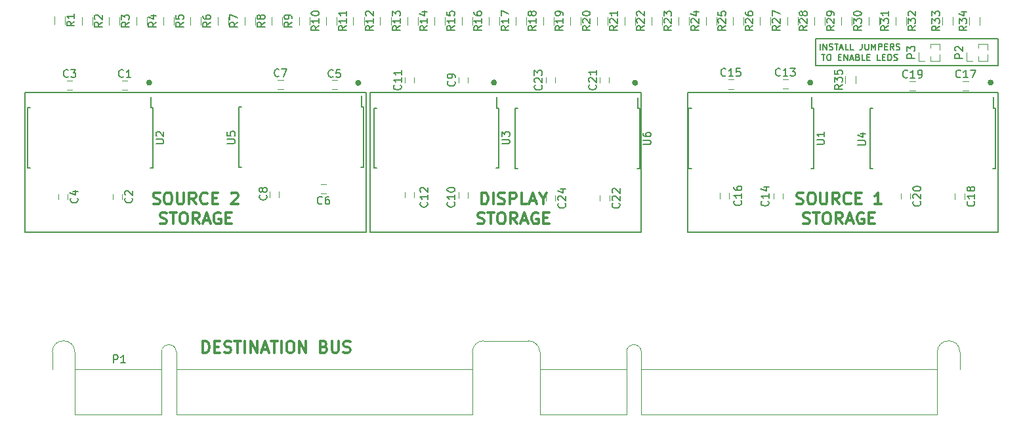
<source format=gto>
G04 #@! TF.FileFunction,Legend,Top*
%FSLAX46Y46*%
G04 Gerber Fmt 4.6, Leading zero omitted, Abs format (unit mm)*
G04 Created by KiCad (PCBNEW 4.0.4-stable) date 01/25/18 18:30:54*
%MOMM*%
%LPD*%
G01*
G04 APERTURE LIST*
%ADD10C,0.100000*%
%ADD11C,0.400000*%
%ADD12C,0.200000*%
%ADD13C,0.300000*%
%ADD14C,0.175000*%
%ADD15C,0.120000*%
%ADD16C,0.150000*%
G04 APERTURE END LIST*
D10*
D11*
X56682003Y-139200000D02*
G75*
G03X56682003Y-139200000I-182003J0D01*
G01*
X165257003Y-139200000D02*
G75*
G03X165257003Y-139200000I-182003J0D01*
G01*
X141982003Y-139200000D02*
G75*
G03X141982003Y-139200000I-182003J0D01*
G01*
X119382003Y-139225000D02*
G75*
G03X119382003Y-139225000I-182003J0D01*
G01*
X101182003Y-139200000D02*
G75*
G03X101182003Y-139200000I-182003J0D01*
G01*
X83657003Y-139250000D02*
G75*
G03X83657003Y-139250000I-182003J0D01*
G01*
D12*
X142500000Y-133500000D02*
X166000000Y-133500000D01*
X142500000Y-137000000D02*
X142500000Y-133500000D01*
X166000000Y-137000000D02*
X142500000Y-137000000D01*
X166000000Y-133500000D02*
X166000000Y-137000000D01*
D13*
X140035714Y-154832143D02*
X140250000Y-154903571D01*
X140607143Y-154903571D01*
X140750000Y-154832143D01*
X140821429Y-154760714D01*
X140892857Y-154617857D01*
X140892857Y-154475000D01*
X140821429Y-154332143D01*
X140750000Y-154260714D01*
X140607143Y-154189286D01*
X140321429Y-154117857D01*
X140178571Y-154046429D01*
X140107143Y-153975000D01*
X140035714Y-153832143D01*
X140035714Y-153689286D01*
X140107143Y-153546429D01*
X140178571Y-153475000D01*
X140321429Y-153403571D01*
X140678571Y-153403571D01*
X140892857Y-153475000D01*
X141821428Y-153403571D02*
X142107142Y-153403571D01*
X142250000Y-153475000D01*
X142392857Y-153617857D01*
X142464285Y-153903571D01*
X142464285Y-154403571D01*
X142392857Y-154689286D01*
X142250000Y-154832143D01*
X142107142Y-154903571D01*
X141821428Y-154903571D01*
X141678571Y-154832143D01*
X141535714Y-154689286D01*
X141464285Y-154403571D01*
X141464285Y-153903571D01*
X141535714Y-153617857D01*
X141678571Y-153475000D01*
X141821428Y-153403571D01*
X143107143Y-153403571D02*
X143107143Y-154617857D01*
X143178571Y-154760714D01*
X143250000Y-154832143D01*
X143392857Y-154903571D01*
X143678571Y-154903571D01*
X143821429Y-154832143D01*
X143892857Y-154760714D01*
X143964286Y-154617857D01*
X143964286Y-153403571D01*
X145535715Y-154903571D02*
X145035715Y-154189286D01*
X144678572Y-154903571D02*
X144678572Y-153403571D01*
X145250000Y-153403571D01*
X145392858Y-153475000D01*
X145464286Y-153546429D01*
X145535715Y-153689286D01*
X145535715Y-153903571D01*
X145464286Y-154046429D01*
X145392858Y-154117857D01*
X145250000Y-154189286D01*
X144678572Y-154189286D01*
X147035715Y-154760714D02*
X146964286Y-154832143D01*
X146750000Y-154903571D01*
X146607143Y-154903571D01*
X146392858Y-154832143D01*
X146250000Y-154689286D01*
X146178572Y-154546429D01*
X146107143Y-154260714D01*
X146107143Y-154046429D01*
X146178572Y-153760714D01*
X146250000Y-153617857D01*
X146392858Y-153475000D01*
X146607143Y-153403571D01*
X146750000Y-153403571D01*
X146964286Y-153475000D01*
X147035715Y-153546429D01*
X147678572Y-154117857D02*
X148178572Y-154117857D01*
X148392858Y-154903571D02*
X147678572Y-154903571D01*
X147678572Y-153403571D01*
X148392858Y-153403571D01*
X150964286Y-154903571D02*
X150107143Y-154903571D01*
X150535715Y-154903571D02*
X150535715Y-153403571D01*
X150392858Y-153617857D01*
X150250000Y-153760714D01*
X150107143Y-153832143D01*
X140892857Y-157382143D02*
X141107143Y-157453571D01*
X141464286Y-157453571D01*
X141607143Y-157382143D01*
X141678572Y-157310714D01*
X141750000Y-157167857D01*
X141750000Y-157025000D01*
X141678572Y-156882143D01*
X141607143Y-156810714D01*
X141464286Y-156739286D01*
X141178572Y-156667857D01*
X141035714Y-156596429D01*
X140964286Y-156525000D01*
X140892857Y-156382143D01*
X140892857Y-156239286D01*
X140964286Y-156096429D01*
X141035714Y-156025000D01*
X141178572Y-155953571D01*
X141535714Y-155953571D01*
X141750000Y-156025000D01*
X142178571Y-155953571D02*
X143035714Y-155953571D01*
X142607143Y-157453571D02*
X142607143Y-155953571D01*
X143821428Y-155953571D02*
X144107142Y-155953571D01*
X144250000Y-156025000D01*
X144392857Y-156167857D01*
X144464285Y-156453571D01*
X144464285Y-156953571D01*
X144392857Y-157239286D01*
X144250000Y-157382143D01*
X144107142Y-157453571D01*
X143821428Y-157453571D01*
X143678571Y-157382143D01*
X143535714Y-157239286D01*
X143464285Y-156953571D01*
X143464285Y-156453571D01*
X143535714Y-156167857D01*
X143678571Y-156025000D01*
X143821428Y-155953571D01*
X145964286Y-157453571D02*
X145464286Y-156739286D01*
X145107143Y-157453571D02*
X145107143Y-155953571D01*
X145678571Y-155953571D01*
X145821429Y-156025000D01*
X145892857Y-156096429D01*
X145964286Y-156239286D01*
X145964286Y-156453571D01*
X145892857Y-156596429D01*
X145821429Y-156667857D01*
X145678571Y-156739286D01*
X145107143Y-156739286D01*
X146535714Y-157025000D02*
X147250000Y-157025000D01*
X146392857Y-157453571D02*
X146892857Y-155953571D01*
X147392857Y-157453571D01*
X148678571Y-156025000D02*
X148535714Y-155953571D01*
X148321428Y-155953571D01*
X148107143Y-156025000D01*
X147964285Y-156167857D01*
X147892857Y-156310714D01*
X147821428Y-156596429D01*
X147821428Y-156810714D01*
X147892857Y-157096429D01*
X147964285Y-157239286D01*
X148107143Y-157382143D01*
X148321428Y-157453571D01*
X148464285Y-157453571D01*
X148678571Y-157382143D01*
X148750000Y-157310714D01*
X148750000Y-156810714D01*
X148464285Y-156810714D01*
X149392857Y-156667857D02*
X149892857Y-156667857D01*
X150107143Y-157453571D02*
X149392857Y-157453571D01*
X149392857Y-155953571D01*
X150107143Y-155953571D01*
D12*
X166000000Y-140500000D02*
X126000000Y-140500000D01*
X166000000Y-158500000D02*
X166000000Y-140500000D01*
X126000000Y-158500000D02*
X166000000Y-158500000D01*
X126000000Y-140500000D02*
X126000000Y-158500000D01*
D13*
X99392858Y-154903571D02*
X99392858Y-153403571D01*
X99750001Y-153403571D01*
X99964286Y-153475000D01*
X100107144Y-153617857D01*
X100178572Y-153760714D01*
X100250001Y-154046429D01*
X100250001Y-154260714D01*
X100178572Y-154546429D01*
X100107144Y-154689286D01*
X99964286Y-154832143D01*
X99750001Y-154903571D01*
X99392858Y-154903571D01*
X100892858Y-154903571D02*
X100892858Y-153403571D01*
X101535715Y-154832143D02*
X101750001Y-154903571D01*
X102107144Y-154903571D01*
X102250001Y-154832143D01*
X102321430Y-154760714D01*
X102392858Y-154617857D01*
X102392858Y-154475000D01*
X102321430Y-154332143D01*
X102250001Y-154260714D01*
X102107144Y-154189286D01*
X101821430Y-154117857D01*
X101678572Y-154046429D01*
X101607144Y-153975000D01*
X101535715Y-153832143D01*
X101535715Y-153689286D01*
X101607144Y-153546429D01*
X101678572Y-153475000D01*
X101821430Y-153403571D01*
X102178572Y-153403571D01*
X102392858Y-153475000D01*
X103035715Y-154903571D02*
X103035715Y-153403571D01*
X103607143Y-153403571D01*
X103750001Y-153475000D01*
X103821429Y-153546429D01*
X103892858Y-153689286D01*
X103892858Y-153903571D01*
X103821429Y-154046429D01*
X103750001Y-154117857D01*
X103607143Y-154189286D01*
X103035715Y-154189286D01*
X105250001Y-154903571D02*
X104535715Y-154903571D01*
X104535715Y-153403571D01*
X105678572Y-154475000D02*
X106392858Y-154475000D01*
X105535715Y-154903571D02*
X106035715Y-153403571D01*
X106535715Y-154903571D01*
X107321429Y-154189286D02*
X107321429Y-154903571D01*
X106821429Y-153403571D02*
X107321429Y-154189286D01*
X107821429Y-153403571D01*
X98892857Y-157382143D02*
X99107143Y-157453571D01*
X99464286Y-157453571D01*
X99607143Y-157382143D01*
X99678572Y-157310714D01*
X99750000Y-157167857D01*
X99750000Y-157025000D01*
X99678572Y-156882143D01*
X99607143Y-156810714D01*
X99464286Y-156739286D01*
X99178572Y-156667857D01*
X99035714Y-156596429D01*
X98964286Y-156525000D01*
X98892857Y-156382143D01*
X98892857Y-156239286D01*
X98964286Y-156096429D01*
X99035714Y-156025000D01*
X99178572Y-155953571D01*
X99535714Y-155953571D01*
X99750000Y-156025000D01*
X100178571Y-155953571D02*
X101035714Y-155953571D01*
X100607143Y-157453571D02*
X100607143Y-155953571D01*
X101821428Y-155953571D02*
X102107142Y-155953571D01*
X102250000Y-156025000D01*
X102392857Y-156167857D01*
X102464285Y-156453571D01*
X102464285Y-156953571D01*
X102392857Y-157239286D01*
X102250000Y-157382143D01*
X102107142Y-157453571D01*
X101821428Y-157453571D01*
X101678571Y-157382143D01*
X101535714Y-157239286D01*
X101464285Y-156953571D01*
X101464285Y-156453571D01*
X101535714Y-156167857D01*
X101678571Y-156025000D01*
X101821428Y-155953571D01*
X103964286Y-157453571D02*
X103464286Y-156739286D01*
X103107143Y-157453571D02*
X103107143Y-155953571D01*
X103678571Y-155953571D01*
X103821429Y-156025000D01*
X103892857Y-156096429D01*
X103964286Y-156239286D01*
X103964286Y-156453571D01*
X103892857Y-156596429D01*
X103821429Y-156667857D01*
X103678571Y-156739286D01*
X103107143Y-156739286D01*
X104535714Y-157025000D02*
X105250000Y-157025000D01*
X104392857Y-157453571D02*
X104892857Y-155953571D01*
X105392857Y-157453571D01*
X106678571Y-156025000D02*
X106535714Y-155953571D01*
X106321428Y-155953571D01*
X106107143Y-156025000D01*
X105964285Y-156167857D01*
X105892857Y-156310714D01*
X105821428Y-156596429D01*
X105821428Y-156810714D01*
X105892857Y-157096429D01*
X105964285Y-157239286D01*
X106107143Y-157382143D01*
X106321428Y-157453571D01*
X106464285Y-157453571D01*
X106678571Y-157382143D01*
X106750000Y-157310714D01*
X106750000Y-156810714D01*
X106464285Y-156810714D01*
X107392857Y-156667857D02*
X107892857Y-156667857D01*
X108107143Y-157453571D02*
X107392857Y-157453571D01*
X107392857Y-155953571D01*
X108107143Y-155953571D01*
D12*
X85000000Y-158500000D02*
X85000000Y-140500000D01*
X120000000Y-158500000D02*
X85000000Y-158500000D01*
X120000000Y-140500000D02*
X120000000Y-158500000D01*
X85000000Y-140500000D02*
X120000000Y-140500000D01*
D13*
X57035714Y-154832143D02*
X57250000Y-154903571D01*
X57607143Y-154903571D01*
X57750000Y-154832143D01*
X57821429Y-154760714D01*
X57892857Y-154617857D01*
X57892857Y-154475000D01*
X57821429Y-154332143D01*
X57750000Y-154260714D01*
X57607143Y-154189286D01*
X57321429Y-154117857D01*
X57178571Y-154046429D01*
X57107143Y-153975000D01*
X57035714Y-153832143D01*
X57035714Y-153689286D01*
X57107143Y-153546429D01*
X57178571Y-153475000D01*
X57321429Y-153403571D01*
X57678571Y-153403571D01*
X57892857Y-153475000D01*
X58821428Y-153403571D02*
X59107142Y-153403571D01*
X59250000Y-153475000D01*
X59392857Y-153617857D01*
X59464285Y-153903571D01*
X59464285Y-154403571D01*
X59392857Y-154689286D01*
X59250000Y-154832143D01*
X59107142Y-154903571D01*
X58821428Y-154903571D01*
X58678571Y-154832143D01*
X58535714Y-154689286D01*
X58464285Y-154403571D01*
X58464285Y-153903571D01*
X58535714Y-153617857D01*
X58678571Y-153475000D01*
X58821428Y-153403571D01*
X60107143Y-153403571D02*
X60107143Y-154617857D01*
X60178571Y-154760714D01*
X60250000Y-154832143D01*
X60392857Y-154903571D01*
X60678571Y-154903571D01*
X60821429Y-154832143D01*
X60892857Y-154760714D01*
X60964286Y-154617857D01*
X60964286Y-153403571D01*
X62535715Y-154903571D02*
X62035715Y-154189286D01*
X61678572Y-154903571D02*
X61678572Y-153403571D01*
X62250000Y-153403571D01*
X62392858Y-153475000D01*
X62464286Y-153546429D01*
X62535715Y-153689286D01*
X62535715Y-153903571D01*
X62464286Y-154046429D01*
X62392858Y-154117857D01*
X62250000Y-154189286D01*
X61678572Y-154189286D01*
X64035715Y-154760714D02*
X63964286Y-154832143D01*
X63750000Y-154903571D01*
X63607143Y-154903571D01*
X63392858Y-154832143D01*
X63250000Y-154689286D01*
X63178572Y-154546429D01*
X63107143Y-154260714D01*
X63107143Y-154046429D01*
X63178572Y-153760714D01*
X63250000Y-153617857D01*
X63392858Y-153475000D01*
X63607143Y-153403571D01*
X63750000Y-153403571D01*
X63964286Y-153475000D01*
X64035715Y-153546429D01*
X64678572Y-154117857D02*
X65178572Y-154117857D01*
X65392858Y-154903571D02*
X64678572Y-154903571D01*
X64678572Y-153403571D01*
X65392858Y-153403571D01*
X67107143Y-153546429D02*
X67178572Y-153475000D01*
X67321429Y-153403571D01*
X67678572Y-153403571D01*
X67821429Y-153475000D01*
X67892858Y-153546429D01*
X67964286Y-153689286D01*
X67964286Y-153832143D01*
X67892858Y-154046429D01*
X67035715Y-154903571D01*
X67964286Y-154903571D01*
X57892857Y-157382143D02*
X58107143Y-157453571D01*
X58464286Y-157453571D01*
X58607143Y-157382143D01*
X58678572Y-157310714D01*
X58750000Y-157167857D01*
X58750000Y-157025000D01*
X58678572Y-156882143D01*
X58607143Y-156810714D01*
X58464286Y-156739286D01*
X58178572Y-156667857D01*
X58035714Y-156596429D01*
X57964286Y-156525000D01*
X57892857Y-156382143D01*
X57892857Y-156239286D01*
X57964286Y-156096429D01*
X58035714Y-156025000D01*
X58178572Y-155953571D01*
X58535714Y-155953571D01*
X58750000Y-156025000D01*
X59178571Y-155953571D02*
X60035714Y-155953571D01*
X59607143Y-157453571D02*
X59607143Y-155953571D01*
X60821428Y-155953571D02*
X61107142Y-155953571D01*
X61250000Y-156025000D01*
X61392857Y-156167857D01*
X61464285Y-156453571D01*
X61464285Y-156953571D01*
X61392857Y-157239286D01*
X61250000Y-157382143D01*
X61107142Y-157453571D01*
X60821428Y-157453571D01*
X60678571Y-157382143D01*
X60535714Y-157239286D01*
X60464285Y-156953571D01*
X60464285Y-156453571D01*
X60535714Y-156167857D01*
X60678571Y-156025000D01*
X60821428Y-155953571D01*
X62964286Y-157453571D02*
X62464286Y-156739286D01*
X62107143Y-157453571D02*
X62107143Y-155953571D01*
X62678571Y-155953571D01*
X62821429Y-156025000D01*
X62892857Y-156096429D01*
X62964286Y-156239286D01*
X62964286Y-156453571D01*
X62892857Y-156596429D01*
X62821429Y-156667857D01*
X62678571Y-156739286D01*
X62107143Y-156739286D01*
X63535714Y-157025000D02*
X64250000Y-157025000D01*
X63392857Y-157453571D02*
X63892857Y-155953571D01*
X64392857Y-157453571D01*
X65678571Y-156025000D02*
X65535714Y-155953571D01*
X65321428Y-155953571D01*
X65107143Y-156025000D01*
X64964285Y-156167857D01*
X64892857Y-156310714D01*
X64821428Y-156596429D01*
X64821428Y-156810714D01*
X64892857Y-157096429D01*
X64964285Y-157239286D01*
X65107143Y-157382143D01*
X65321428Y-157453571D01*
X65464285Y-157453571D01*
X65678571Y-157382143D01*
X65750000Y-157310714D01*
X65750000Y-156810714D01*
X65464285Y-156810714D01*
X66392857Y-156667857D02*
X66892857Y-156667857D01*
X67107143Y-157453571D02*
X66392857Y-157453571D01*
X66392857Y-155953571D01*
X67107143Y-155953571D01*
D12*
X40500000Y-158500000D02*
X40500000Y-140500000D01*
X84500000Y-158500000D02*
X40500000Y-158500000D01*
X84500000Y-140500000D02*
X84500000Y-158500000D01*
X40500000Y-140500000D02*
X84500000Y-140500000D01*
D13*
X63435714Y-174078571D02*
X63435714Y-172578571D01*
X63792857Y-172578571D01*
X64007142Y-172650000D01*
X64150000Y-172792857D01*
X64221428Y-172935714D01*
X64292857Y-173221429D01*
X64292857Y-173435714D01*
X64221428Y-173721429D01*
X64150000Y-173864286D01*
X64007142Y-174007143D01*
X63792857Y-174078571D01*
X63435714Y-174078571D01*
X64935714Y-173292857D02*
X65435714Y-173292857D01*
X65650000Y-174078571D02*
X64935714Y-174078571D01*
X64935714Y-172578571D01*
X65650000Y-172578571D01*
X66221428Y-174007143D02*
X66435714Y-174078571D01*
X66792857Y-174078571D01*
X66935714Y-174007143D01*
X67007143Y-173935714D01*
X67078571Y-173792857D01*
X67078571Y-173650000D01*
X67007143Y-173507143D01*
X66935714Y-173435714D01*
X66792857Y-173364286D01*
X66507143Y-173292857D01*
X66364285Y-173221429D01*
X66292857Y-173150000D01*
X66221428Y-173007143D01*
X66221428Y-172864286D01*
X66292857Y-172721429D01*
X66364285Y-172650000D01*
X66507143Y-172578571D01*
X66864285Y-172578571D01*
X67078571Y-172650000D01*
X67507142Y-172578571D02*
X68364285Y-172578571D01*
X67935714Y-174078571D02*
X67935714Y-172578571D01*
X68864285Y-174078571D02*
X68864285Y-172578571D01*
X69578571Y-174078571D02*
X69578571Y-172578571D01*
X70435714Y-174078571D01*
X70435714Y-172578571D01*
X71078571Y-173650000D02*
X71792857Y-173650000D01*
X70935714Y-174078571D02*
X71435714Y-172578571D01*
X71935714Y-174078571D01*
X72221428Y-172578571D02*
X73078571Y-172578571D01*
X72650000Y-174078571D02*
X72650000Y-172578571D01*
X73578571Y-174078571D02*
X73578571Y-172578571D01*
X74578571Y-172578571D02*
X74864285Y-172578571D01*
X75007143Y-172650000D01*
X75150000Y-172792857D01*
X75221428Y-173078571D01*
X75221428Y-173578571D01*
X75150000Y-173864286D01*
X75007143Y-174007143D01*
X74864285Y-174078571D01*
X74578571Y-174078571D01*
X74435714Y-174007143D01*
X74292857Y-173864286D01*
X74221428Y-173578571D01*
X74221428Y-173078571D01*
X74292857Y-172792857D01*
X74435714Y-172650000D01*
X74578571Y-172578571D01*
X75864286Y-174078571D02*
X75864286Y-172578571D01*
X76721429Y-174078571D01*
X76721429Y-172578571D01*
X79078572Y-173292857D02*
X79292858Y-173364286D01*
X79364286Y-173435714D01*
X79435715Y-173578571D01*
X79435715Y-173792857D01*
X79364286Y-173935714D01*
X79292858Y-174007143D01*
X79150000Y-174078571D01*
X78578572Y-174078571D01*
X78578572Y-172578571D01*
X79078572Y-172578571D01*
X79221429Y-172650000D01*
X79292858Y-172721429D01*
X79364286Y-172864286D01*
X79364286Y-173007143D01*
X79292858Y-173150000D01*
X79221429Y-173221429D01*
X79078572Y-173292857D01*
X78578572Y-173292857D01*
X80078572Y-172578571D02*
X80078572Y-173792857D01*
X80150000Y-173935714D01*
X80221429Y-174007143D01*
X80364286Y-174078571D01*
X80650000Y-174078571D01*
X80792858Y-174007143D01*
X80864286Y-173935714D01*
X80935715Y-173792857D01*
X80935715Y-172578571D01*
X81578572Y-174007143D02*
X81792858Y-174078571D01*
X82150001Y-174078571D01*
X82292858Y-174007143D01*
X82364287Y-173935714D01*
X82435715Y-173792857D01*
X82435715Y-173650000D01*
X82364287Y-173507143D01*
X82292858Y-173435714D01*
X82150001Y-173364286D01*
X81864287Y-173292857D01*
X81721429Y-173221429D01*
X81650001Y-173150000D01*
X81578572Y-173007143D01*
X81578572Y-172864286D01*
X81650001Y-172721429D01*
X81721429Y-172650000D01*
X81864287Y-172578571D01*
X82221429Y-172578571D01*
X82435715Y-172650000D01*
D14*
X143076190Y-134974405D02*
X143076190Y-134174405D01*
X143457142Y-134974405D02*
X143457142Y-134174405D01*
X143914285Y-134974405D01*
X143914285Y-134174405D01*
X144257142Y-134936310D02*
X144371428Y-134974405D01*
X144561904Y-134974405D01*
X144638094Y-134936310D01*
X144676190Y-134898214D01*
X144714285Y-134822024D01*
X144714285Y-134745833D01*
X144676190Y-134669643D01*
X144638094Y-134631548D01*
X144561904Y-134593452D01*
X144409523Y-134555357D01*
X144333332Y-134517262D01*
X144295237Y-134479167D01*
X144257142Y-134402976D01*
X144257142Y-134326786D01*
X144295237Y-134250595D01*
X144333332Y-134212500D01*
X144409523Y-134174405D01*
X144599999Y-134174405D01*
X144714285Y-134212500D01*
X144942856Y-134174405D02*
X145399999Y-134174405D01*
X145171428Y-134974405D02*
X145171428Y-134174405D01*
X145628571Y-134745833D02*
X146009523Y-134745833D01*
X145552380Y-134974405D02*
X145819047Y-134174405D01*
X146085714Y-134974405D01*
X146733333Y-134974405D02*
X146352380Y-134974405D01*
X146352380Y-134174405D01*
X147380952Y-134974405D02*
X146999999Y-134974405D01*
X146999999Y-134174405D01*
X148485714Y-134174405D02*
X148485714Y-134745833D01*
X148447618Y-134860119D01*
X148371428Y-134936310D01*
X148257142Y-134974405D01*
X148180952Y-134974405D01*
X148866666Y-134174405D02*
X148866666Y-134822024D01*
X148904761Y-134898214D01*
X148942857Y-134936310D01*
X149019047Y-134974405D01*
X149171428Y-134974405D01*
X149247619Y-134936310D01*
X149285714Y-134898214D01*
X149323809Y-134822024D01*
X149323809Y-134174405D01*
X149704761Y-134974405D02*
X149704761Y-134174405D01*
X149971428Y-134745833D01*
X150238095Y-134174405D01*
X150238095Y-134974405D01*
X150619047Y-134974405D02*
X150619047Y-134174405D01*
X150923809Y-134174405D01*
X151000000Y-134212500D01*
X151038095Y-134250595D01*
X151076190Y-134326786D01*
X151076190Y-134441071D01*
X151038095Y-134517262D01*
X151000000Y-134555357D01*
X150923809Y-134593452D01*
X150619047Y-134593452D01*
X151419047Y-134555357D02*
X151685714Y-134555357D01*
X151800000Y-134974405D02*
X151419047Y-134974405D01*
X151419047Y-134174405D01*
X151800000Y-134174405D01*
X152600000Y-134974405D02*
X152333333Y-134593452D01*
X152142857Y-134974405D02*
X152142857Y-134174405D01*
X152447619Y-134174405D01*
X152523810Y-134212500D01*
X152561905Y-134250595D01*
X152600000Y-134326786D01*
X152600000Y-134441071D01*
X152561905Y-134517262D01*
X152523810Y-134555357D01*
X152447619Y-134593452D01*
X152142857Y-134593452D01*
X152904762Y-134936310D02*
X153019048Y-134974405D01*
X153209524Y-134974405D01*
X153285714Y-134936310D01*
X153323810Y-134898214D01*
X153361905Y-134822024D01*
X153361905Y-134745833D01*
X153323810Y-134669643D01*
X153285714Y-134631548D01*
X153209524Y-134593452D01*
X153057143Y-134555357D01*
X152980952Y-134517262D01*
X152942857Y-134479167D01*
X152904762Y-134402976D01*
X152904762Y-134326786D01*
X152942857Y-134250595D01*
X152980952Y-134212500D01*
X153057143Y-134174405D01*
X153247619Y-134174405D01*
X153361905Y-134212500D01*
X143266666Y-135549405D02*
X143723809Y-135549405D01*
X143495238Y-136349405D02*
X143495238Y-135549405D01*
X144142857Y-135549405D02*
X144295238Y-135549405D01*
X144371429Y-135587500D01*
X144447619Y-135663690D01*
X144485714Y-135816071D01*
X144485714Y-136082738D01*
X144447619Y-136235119D01*
X144371429Y-136311310D01*
X144295238Y-136349405D01*
X144142857Y-136349405D01*
X144066667Y-136311310D01*
X143990476Y-136235119D01*
X143952381Y-136082738D01*
X143952381Y-135816071D01*
X143990476Y-135663690D01*
X144066667Y-135587500D01*
X144142857Y-135549405D01*
X145438095Y-135930357D02*
X145704762Y-135930357D01*
X145819048Y-136349405D02*
X145438095Y-136349405D01*
X145438095Y-135549405D01*
X145819048Y-135549405D01*
X146161905Y-136349405D02*
X146161905Y-135549405D01*
X146619048Y-136349405D01*
X146619048Y-135549405D01*
X146961905Y-136120833D02*
X147342857Y-136120833D01*
X146885714Y-136349405D02*
X147152381Y-135549405D01*
X147419048Y-136349405D01*
X147952381Y-135930357D02*
X148066667Y-135968452D01*
X148104762Y-136006548D01*
X148142857Y-136082738D01*
X148142857Y-136197024D01*
X148104762Y-136273214D01*
X148066667Y-136311310D01*
X147990476Y-136349405D01*
X147685714Y-136349405D01*
X147685714Y-135549405D01*
X147952381Y-135549405D01*
X148028571Y-135587500D01*
X148066667Y-135625595D01*
X148104762Y-135701786D01*
X148104762Y-135777976D01*
X148066667Y-135854167D01*
X148028571Y-135892262D01*
X147952381Y-135930357D01*
X147685714Y-135930357D01*
X148866667Y-136349405D02*
X148485714Y-136349405D01*
X148485714Y-135549405D01*
X149133333Y-135930357D02*
X149400000Y-135930357D01*
X149514286Y-136349405D02*
X149133333Y-136349405D01*
X149133333Y-135549405D01*
X149514286Y-135549405D01*
X150847620Y-136349405D02*
X150466667Y-136349405D01*
X150466667Y-135549405D01*
X151114286Y-135930357D02*
X151380953Y-135930357D01*
X151495239Y-136349405D02*
X151114286Y-136349405D01*
X151114286Y-135549405D01*
X151495239Y-135549405D01*
X151838096Y-136349405D02*
X151838096Y-135549405D01*
X152028572Y-135549405D01*
X152142858Y-135587500D01*
X152219049Y-135663690D01*
X152257144Y-135739881D01*
X152295239Y-135892262D01*
X152295239Y-136006548D01*
X152257144Y-136158929D01*
X152219049Y-136235119D01*
X152142858Y-136311310D01*
X152028572Y-136349405D01*
X151838096Y-136349405D01*
X152600001Y-136311310D02*
X152714287Y-136349405D01*
X152904763Y-136349405D01*
X152980953Y-136311310D01*
X153019049Y-136273214D01*
X153057144Y-136197024D01*
X153057144Y-136120833D01*
X153019049Y-136044643D01*
X152980953Y-136006548D01*
X152904763Y-135968452D01*
X152752382Y-135930357D01*
X152676191Y-135892262D01*
X152638096Y-135854167D01*
X152600001Y-135777976D01*
X152600001Y-135701786D01*
X152638096Y-135625595D01*
X152676191Y-135587500D01*
X152752382Y-135549405D01*
X152942858Y-135549405D01*
X153057144Y-135587500D01*
D15*
X99648800Y-172538200D02*
X105448800Y-172538200D01*
X43998800Y-173988200D02*
X43998800Y-176238200D01*
X46898800Y-173988200D02*
G75*
G03X43998800Y-173988200I-1450000J0D01*
G01*
X59998800Y-173988200D02*
G75*
G03X58098800Y-173988200I-950000J0D01*
G01*
X58098800Y-176238200D02*
X58098800Y-173988200D01*
X59998800Y-173988200D02*
X59998800Y-176238200D01*
X46898800Y-176238200D02*
X58098800Y-176238200D01*
X58098800Y-176238200D02*
X58098800Y-182038200D01*
X58098800Y-182038200D02*
X46898800Y-182038200D01*
X46898800Y-182038200D02*
X46898800Y-173988200D01*
X98198800Y-176238200D02*
X59998800Y-176238200D01*
X59998800Y-182038200D02*
X98198800Y-182038200D01*
X59998800Y-176238200D02*
X59998800Y-182038200D01*
X98198800Y-173988200D02*
X98198800Y-182038200D01*
X99648800Y-172538200D02*
G75*
G03X98198800Y-173988200I0J-1450000D01*
G01*
X119998800Y-173988200D02*
X119998800Y-176238200D01*
X119998800Y-176238200D02*
X119998800Y-182038200D01*
X158198800Y-176238200D02*
X119998800Y-176238200D01*
X119998800Y-182038200D02*
X158198800Y-182038200D01*
X158198800Y-173988200D02*
X158198800Y-182038200D01*
X161098800Y-173988200D02*
G75*
G03X158198800Y-173988200I-1450000J0D01*
G01*
X161098800Y-173988200D02*
X161098800Y-176238200D01*
X118098800Y-176238200D02*
X118098800Y-182038200D01*
X119998800Y-173988200D02*
G75*
G03X118098800Y-173988200I-950000J0D01*
G01*
X118098800Y-176238200D02*
X118098800Y-173988200D01*
X118098800Y-182038200D02*
X106898800Y-182038200D01*
X106898800Y-176238200D02*
X118098800Y-176238200D01*
X106898800Y-173988200D02*
G75*
G03X105448800Y-172538200I-1450000J0D01*
G01*
X106898800Y-182038200D02*
X106898800Y-173988200D01*
X44278000Y-131644000D02*
X44278000Y-130644000D01*
X45638000Y-130644000D02*
X45638000Y-131644000D01*
X47845400Y-131734270D02*
X47845400Y-130734270D01*
X49205400Y-130734270D02*
X49205400Y-131734270D01*
X51345400Y-131734270D02*
X51345400Y-130734270D01*
X52705400Y-130734270D02*
X52705400Y-131734270D01*
X54845400Y-131734270D02*
X54845400Y-130734270D01*
X56205400Y-130734270D02*
X56205400Y-131734270D01*
X58345400Y-131734270D02*
X58345400Y-130734270D01*
X59705400Y-130734270D02*
X59705400Y-131734270D01*
X61845400Y-131734270D02*
X61845400Y-130734270D01*
X63205400Y-130734270D02*
X63205400Y-131734270D01*
X65345400Y-131734270D02*
X65345400Y-130734270D01*
X66705400Y-130734270D02*
X66705400Y-131734270D01*
X68845400Y-131734270D02*
X68845400Y-130734270D01*
X70205400Y-130734270D02*
X70205400Y-131734270D01*
X72345400Y-131734270D02*
X72345400Y-130734270D01*
X73705400Y-130734270D02*
X73705400Y-131734270D01*
X75845400Y-131734270D02*
X75845400Y-130734270D01*
X77205400Y-130734270D02*
X77205400Y-131734270D01*
X79345400Y-131734270D02*
X79345400Y-130734270D01*
X80705400Y-130734270D02*
X80705400Y-131734270D01*
X82845400Y-131734270D02*
X82845400Y-130734270D01*
X84205400Y-130734270D02*
X84205400Y-131734270D01*
X86320000Y-131740048D02*
X86320000Y-130740048D01*
X87680000Y-130740048D02*
X87680000Y-131740048D01*
X89820000Y-131740048D02*
X89820000Y-130740048D01*
X91180000Y-130740048D02*
X91180000Y-131740048D01*
X93320000Y-131740048D02*
X93320000Y-130740048D01*
X94680000Y-130740048D02*
X94680000Y-131740048D01*
X96820000Y-131740048D02*
X96820000Y-130740048D01*
X98180000Y-130740048D02*
X98180000Y-131740048D01*
X100320000Y-131740048D02*
X100320000Y-130740048D01*
X101680000Y-130740048D02*
X101680000Y-131740048D01*
X103820000Y-131740048D02*
X103820000Y-130740048D01*
X105180000Y-130740048D02*
X105180000Y-131740048D01*
X107320000Y-131740048D02*
X107320000Y-130740048D01*
X108680000Y-130740048D02*
X108680000Y-131740048D01*
X110820000Y-131740048D02*
X110820000Y-130740048D01*
X112180000Y-130740048D02*
X112180000Y-131740048D01*
X114320000Y-131740048D02*
X114320000Y-130740048D01*
X115680000Y-130740048D02*
X115680000Y-131740048D01*
X117820000Y-131740048D02*
X117820000Y-130740048D01*
X119180000Y-130740048D02*
X119180000Y-131740048D01*
X121320000Y-131740048D02*
X121320000Y-130740048D01*
X122680000Y-130740048D02*
X122680000Y-131740048D01*
X124820000Y-131740048D02*
X124820000Y-130740048D01*
X126180000Y-130740048D02*
X126180000Y-131740048D01*
X128320000Y-131740048D02*
X128320000Y-130740048D01*
X129680000Y-130740048D02*
X129680000Y-131740048D01*
X131820000Y-131740048D02*
X131820000Y-130740048D01*
X133180000Y-130740048D02*
X133180000Y-131740048D01*
X135320000Y-131740048D02*
X135320000Y-130740048D01*
X136680000Y-130740048D02*
X136680000Y-131740048D01*
X138820000Y-131740048D02*
X138820000Y-130740048D01*
X140180000Y-130740048D02*
X140180000Y-131740048D01*
X142320000Y-131740048D02*
X142320000Y-130740048D01*
X143680000Y-130740048D02*
X143680000Y-131740048D01*
X145820000Y-131740048D02*
X145820000Y-130740048D01*
X147180000Y-130740048D02*
X147180000Y-131740048D01*
X149320000Y-131740048D02*
X149320000Y-130740048D01*
X150680000Y-130740048D02*
X150680000Y-131740048D01*
X152820000Y-131740048D02*
X152820000Y-130740048D01*
X154180000Y-130740048D02*
X154180000Y-131740048D01*
X160180000Y-130750000D02*
X160180000Y-131750000D01*
X158820000Y-131750000D02*
X158820000Y-130750000D01*
X163680000Y-130750000D02*
X163680000Y-131750000D01*
X162320000Y-131750000D02*
X162320000Y-130750000D01*
X53708480Y-140180620D02*
X53008480Y-140180620D01*
X53008480Y-138980620D02*
X53708480Y-138980620D01*
X51797660Y-154274700D02*
X51797660Y-153574700D01*
X52997660Y-153574700D02*
X52997660Y-154274700D01*
X46597620Y-140180620D02*
X45897620Y-140180620D01*
X45897620Y-138980620D02*
X46597620Y-138980620D01*
X44766940Y-154274700D02*
X44766940Y-153574700D01*
X45966940Y-153574700D02*
X45966940Y-154274700D01*
X80775860Y-140051080D02*
X80075860Y-140051080D01*
X80075860Y-138851080D02*
X80775860Y-138851080D01*
X78645840Y-152351180D02*
X79345840Y-152351180D01*
X79345840Y-153551180D02*
X78645840Y-153551180D01*
X73794800Y-140091720D02*
X73094800Y-140091720D01*
X73094800Y-138891720D02*
X73794800Y-138891720D01*
X72051620Y-154001520D02*
X72051620Y-153301520D01*
X73251620Y-153301520D02*
X73251620Y-154001520D01*
X97640700Y-138513640D02*
X97640700Y-139213640D01*
X96440700Y-139213640D02*
X96440700Y-138513640D01*
X96461020Y-154084200D02*
X96461020Y-153384200D01*
X97661020Y-153384200D02*
X97661020Y-154084200D01*
X90683640Y-138526340D02*
X90683640Y-139226340D01*
X89483640Y-139226340D02*
X89483640Y-138526340D01*
X89478560Y-154010540D02*
X89478560Y-153310540D01*
X90678560Y-153310540D02*
X90678560Y-154010540D01*
X138924080Y-139997740D02*
X138224080Y-139997740D01*
X138224080Y-138797740D02*
X138924080Y-138797740D01*
X137098480Y-154208660D02*
X137098480Y-153508660D01*
X138298480Y-153508660D02*
X138298480Y-154208660D01*
X131894760Y-140023140D02*
X131194760Y-140023140D01*
X131194760Y-138823140D02*
X131894760Y-138823140D01*
X130131260Y-154157860D02*
X130131260Y-153457860D01*
X131331260Y-153457860D02*
X131331260Y-154157860D01*
X162190480Y-140221260D02*
X161490480Y-140221260D01*
X161490480Y-139021260D02*
X162190480Y-139021260D01*
X160475000Y-154250000D02*
X160475000Y-153550000D01*
X161675000Y-153550000D02*
X161675000Y-154250000D01*
X155341500Y-140241580D02*
X154641500Y-140241580D01*
X154641500Y-139041580D02*
X155341500Y-139041580D01*
X153500000Y-154225000D02*
X153500000Y-153525000D01*
X154700000Y-153525000D02*
X154700000Y-154225000D01*
X115855040Y-138511100D02*
X115855040Y-139211100D01*
X114655040Y-139211100D02*
X114655040Y-138511100D01*
X114675000Y-154475000D02*
X114675000Y-153775000D01*
X115875000Y-153775000D02*
X115875000Y-154475000D01*
X108862420Y-138533960D02*
X108862420Y-139233960D01*
X107662420Y-139233960D02*
X107662420Y-138533960D01*
X107700000Y-154475000D02*
X107700000Y-153775000D01*
X108900000Y-153775000D02*
X108900000Y-154475000D01*
X147630000Y-138325000D02*
X147630000Y-139325000D01*
X146270000Y-139325000D02*
X146270000Y-138325000D01*
D16*
X142257500Y-142533000D02*
X142007500Y-142533000D01*
X142257500Y-150283000D02*
X141910000Y-150283000D01*
X126107500Y-150283000D02*
X126455000Y-150283000D01*
X126107500Y-142533000D02*
X126455000Y-142533000D01*
X142257500Y-142533000D02*
X142257500Y-150283000D01*
X126107500Y-142533000D02*
X126107500Y-150283000D01*
X142007500Y-142533000D02*
X142007500Y-141108000D01*
X56989261Y-142459603D02*
X56739261Y-142459603D01*
X56989261Y-150209603D02*
X56641761Y-150209603D01*
X40839261Y-150209603D02*
X41186761Y-150209603D01*
X40839261Y-142459603D02*
X41186761Y-142459603D01*
X56989261Y-142459603D02*
X56989261Y-150209603D01*
X40839261Y-142459603D02*
X40839261Y-150209603D01*
X56739261Y-142459603D02*
X56739261Y-141034603D01*
X101632500Y-142475000D02*
X101382500Y-142475000D01*
X101632500Y-150225000D02*
X101285000Y-150225000D01*
X85482500Y-150225000D02*
X85830000Y-150225000D01*
X85482500Y-142475000D02*
X85830000Y-142475000D01*
X101632500Y-142475000D02*
X101632500Y-150225000D01*
X85482500Y-142475000D02*
X85482500Y-150225000D01*
X101382500Y-142475000D02*
X101382500Y-141050000D01*
X165672500Y-142533000D02*
X165422500Y-142533000D01*
X165672500Y-150283000D02*
X165325000Y-150283000D01*
X149522500Y-150283000D02*
X149870000Y-150283000D01*
X149522500Y-142533000D02*
X149870000Y-142533000D01*
X165672500Y-142533000D02*
X165672500Y-150283000D01*
X149522500Y-142533000D02*
X149522500Y-150283000D01*
X165422500Y-142533000D02*
X165422500Y-141108000D01*
X84198500Y-142357000D02*
X83948500Y-142357000D01*
X84198500Y-150107000D02*
X83851000Y-150107000D01*
X68048500Y-150107000D02*
X68396000Y-150107000D01*
X68048500Y-142357000D02*
X68396000Y-142357000D01*
X84198500Y-142357000D02*
X84198500Y-150107000D01*
X68048500Y-142357000D02*
X68048500Y-150107000D01*
X83948500Y-142357000D02*
X83948500Y-140932000D01*
X119844500Y-142553000D02*
X119594500Y-142553000D01*
X119844500Y-150303000D02*
X119497000Y-150303000D01*
X103694500Y-150303000D02*
X104042000Y-150303000D01*
X103694500Y-142553000D02*
X104042000Y-142553000D01*
X119844500Y-142553000D02*
X119844500Y-150303000D01*
X103694500Y-142553000D02*
X103694500Y-150303000D01*
X119594500Y-142553000D02*
X119594500Y-141128000D01*
D15*
X164690000Y-136410000D02*
X164690000Y-135607530D01*
X164690000Y-134992470D02*
X164690000Y-134190000D01*
X163485000Y-136410000D02*
X164690000Y-136410000D01*
X163485000Y-134190000D02*
X164690000Y-134190000D01*
X163485000Y-136410000D02*
X163485000Y-135863471D01*
X163485000Y-134736529D02*
X163485000Y-134190000D01*
X162725000Y-136410000D02*
X161965000Y-136410000D01*
X161965000Y-136410000D02*
X161965000Y-135300000D01*
X158515000Y-136410000D02*
X158515000Y-135607530D01*
X158515000Y-134992470D02*
X158515000Y-134190000D01*
X157310000Y-136410000D02*
X158515000Y-136410000D01*
X157310000Y-134190000D02*
X158515000Y-134190000D01*
X157310000Y-136410000D02*
X157310000Y-135863471D01*
X157310000Y-134736529D02*
X157310000Y-134190000D01*
X156550000Y-136410000D02*
X155790000Y-136410000D01*
X155790000Y-136410000D02*
X155790000Y-135300000D01*
D16*
X51910705Y-175380581D02*
X51910705Y-174380581D01*
X52291658Y-174380581D01*
X52386896Y-174428200D01*
X52434515Y-174475819D01*
X52482134Y-174571057D01*
X52482134Y-174713914D01*
X52434515Y-174809152D01*
X52386896Y-174856771D01*
X52291658Y-174904390D01*
X51910705Y-174904390D01*
X53434515Y-175380581D02*
X52863086Y-175380581D01*
X53148800Y-175380581D02*
X53148800Y-174380581D01*
X53053562Y-174523438D01*
X52958324Y-174618676D01*
X52863086Y-174666295D01*
X46860381Y-131310666D02*
X46384190Y-131644000D01*
X46860381Y-131882095D02*
X45860381Y-131882095D01*
X45860381Y-131501142D01*
X45908000Y-131405904D01*
X45955619Y-131358285D01*
X46050857Y-131310666D01*
X46193714Y-131310666D01*
X46288952Y-131358285D01*
X46336571Y-131405904D01*
X46384190Y-131501142D01*
X46384190Y-131882095D01*
X46860381Y-130358285D02*
X46860381Y-130929714D01*
X46860381Y-130644000D02*
X45860381Y-130644000D01*
X46003238Y-130739238D01*
X46098476Y-130834476D01*
X46146095Y-130929714D01*
X50427781Y-131400936D02*
X49951590Y-131734270D01*
X50427781Y-131972365D02*
X49427781Y-131972365D01*
X49427781Y-131591412D01*
X49475400Y-131496174D01*
X49523019Y-131448555D01*
X49618257Y-131400936D01*
X49761114Y-131400936D01*
X49856352Y-131448555D01*
X49903971Y-131496174D01*
X49951590Y-131591412D01*
X49951590Y-131972365D01*
X49523019Y-131019984D02*
X49475400Y-130972365D01*
X49427781Y-130877127D01*
X49427781Y-130639031D01*
X49475400Y-130543793D01*
X49523019Y-130496174D01*
X49618257Y-130448555D01*
X49713495Y-130448555D01*
X49856352Y-130496174D01*
X50427781Y-131067603D01*
X50427781Y-130448555D01*
X53927781Y-131400936D02*
X53451590Y-131734270D01*
X53927781Y-131972365D02*
X52927781Y-131972365D01*
X52927781Y-131591412D01*
X52975400Y-131496174D01*
X53023019Y-131448555D01*
X53118257Y-131400936D01*
X53261114Y-131400936D01*
X53356352Y-131448555D01*
X53403971Y-131496174D01*
X53451590Y-131591412D01*
X53451590Y-131972365D01*
X52927781Y-131067603D02*
X52927781Y-130448555D01*
X53308733Y-130781889D01*
X53308733Y-130639031D01*
X53356352Y-130543793D01*
X53403971Y-130496174D01*
X53499210Y-130448555D01*
X53737305Y-130448555D01*
X53832543Y-130496174D01*
X53880162Y-130543793D01*
X53927781Y-130639031D01*
X53927781Y-130924746D01*
X53880162Y-131019984D01*
X53832543Y-131067603D01*
X57427781Y-131400936D02*
X56951590Y-131734270D01*
X57427781Y-131972365D02*
X56427781Y-131972365D01*
X56427781Y-131591412D01*
X56475400Y-131496174D01*
X56523019Y-131448555D01*
X56618257Y-131400936D01*
X56761114Y-131400936D01*
X56856352Y-131448555D01*
X56903971Y-131496174D01*
X56951590Y-131591412D01*
X56951590Y-131972365D01*
X56761114Y-130543793D02*
X57427781Y-130543793D01*
X56380162Y-130781889D02*
X57094448Y-131019984D01*
X57094448Y-130400936D01*
X60927781Y-131400936D02*
X60451590Y-131734270D01*
X60927781Y-131972365D02*
X59927781Y-131972365D01*
X59927781Y-131591412D01*
X59975400Y-131496174D01*
X60023019Y-131448555D01*
X60118257Y-131400936D01*
X60261114Y-131400936D01*
X60356352Y-131448555D01*
X60403971Y-131496174D01*
X60451590Y-131591412D01*
X60451590Y-131972365D01*
X59927781Y-130496174D02*
X59927781Y-130972365D01*
X60403971Y-131019984D01*
X60356352Y-130972365D01*
X60308733Y-130877127D01*
X60308733Y-130639031D01*
X60356352Y-130543793D01*
X60403971Y-130496174D01*
X60499210Y-130448555D01*
X60737305Y-130448555D01*
X60832543Y-130496174D01*
X60880162Y-130543793D01*
X60927781Y-130639031D01*
X60927781Y-130877127D01*
X60880162Y-130972365D01*
X60832543Y-131019984D01*
X64427781Y-131400936D02*
X63951590Y-131734270D01*
X64427781Y-131972365D02*
X63427781Y-131972365D01*
X63427781Y-131591412D01*
X63475400Y-131496174D01*
X63523019Y-131448555D01*
X63618257Y-131400936D01*
X63761114Y-131400936D01*
X63856352Y-131448555D01*
X63903971Y-131496174D01*
X63951590Y-131591412D01*
X63951590Y-131972365D01*
X63427781Y-130543793D02*
X63427781Y-130734270D01*
X63475400Y-130829508D01*
X63523019Y-130877127D01*
X63665876Y-130972365D01*
X63856352Y-131019984D01*
X64237305Y-131019984D01*
X64332543Y-130972365D01*
X64380162Y-130924746D01*
X64427781Y-130829508D01*
X64427781Y-130639031D01*
X64380162Y-130543793D01*
X64332543Y-130496174D01*
X64237305Y-130448555D01*
X63999210Y-130448555D01*
X63903971Y-130496174D01*
X63856352Y-130543793D01*
X63808733Y-130639031D01*
X63808733Y-130829508D01*
X63856352Y-130924746D01*
X63903971Y-130972365D01*
X63999210Y-131019984D01*
X67927781Y-131400936D02*
X67451590Y-131734270D01*
X67927781Y-131972365D02*
X66927781Y-131972365D01*
X66927781Y-131591412D01*
X66975400Y-131496174D01*
X67023019Y-131448555D01*
X67118257Y-131400936D01*
X67261114Y-131400936D01*
X67356352Y-131448555D01*
X67403971Y-131496174D01*
X67451590Y-131591412D01*
X67451590Y-131972365D01*
X66927781Y-131067603D02*
X66927781Y-130400936D01*
X67927781Y-130829508D01*
X71427781Y-131400936D02*
X70951590Y-131734270D01*
X71427781Y-131972365D02*
X70427781Y-131972365D01*
X70427781Y-131591412D01*
X70475400Y-131496174D01*
X70523019Y-131448555D01*
X70618257Y-131400936D01*
X70761114Y-131400936D01*
X70856352Y-131448555D01*
X70903971Y-131496174D01*
X70951590Y-131591412D01*
X70951590Y-131972365D01*
X70856352Y-130829508D02*
X70808733Y-130924746D01*
X70761114Y-130972365D01*
X70665876Y-131019984D01*
X70618257Y-131019984D01*
X70523019Y-130972365D01*
X70475400Y-130924746D01*
X70427781Y-130829508D01*
X70427781Y-130639031D01*
X70475400Y-130543793D01*
X70523019Y-130496174D01*
X70618257Y-130448555D01*
X70665876Y-130448555D01*
X70761114Y-130496174D01*
X70808733Y-130543793D01*
X70856352Y-130639031D01*
X70856352Y-130829508D01*
X70903971Y-130924746D01*
X70951590Y-130972365D01*
X71046829Y-131019984D01*
X71237305Y-131019984D01*
X71332543Y-130972365D01*
X71380162Y-130924746D01*
X71427781Y-130829508D01*
X71427781Y-130639031D01*
X71380162Y-130543793D01*
X71332543Y-130496174D01*
X71237305Y-130448555D01*
X71046829Y-130448555D01*
X70951590Y-130496174D01*
X70903971Y-130543793D01*
X70856352Y-130639031D01*
X74927781Y-131400936D02*
X74451590Y-131734270D01*
X74927781Y-131972365D02*
X73927781Y-131972365D01*
X73927781Y-131591412D01*
X73975400Y-131496174D01*
X74023019Y-131448555D01*
X74118257Y-131400936D01*
X74261114Y-131400936D01*
X74356352Y-131448555D01*
X74403971Y-131496174D01*
X74451590Y-131591412D01*
X74451590Y-131972365D01*
X74927781Y-130924746D02*
X74927781Y-130734270D01*
X74880162Y-130639031D01*
X74832543Y-130591412D01*
X74689686Y-130496174D01*
X74499210Y-130448555D01*
X74118257Y-130448555D01*
X74023019Y-130496174D01*
X73975400Y-130543793D01*
X73927781Y-130639031D01*
X73927781Y-130829508D01*
X73975400Y-130924746D01*
X74023019Y-130972365D01*
X74118257Y-131019984D01*
X74356352Y-131019984D01*
X74451590Y-130972365D01*
X74499210Y-130924746D01*
X74546829Y-130829508D01*
X74546829Y-130639031D01*
X74499210Y-130543793D01*
X74451590Y-130496174D01*
X74356352Y-130448555D01*
X78427781Y-131877127D02*
X77951590Y-132210461D01*
X78427781Y-132448556D02*
X77427781Y-132448556D01*
X77427781Y-132067603D01*
X77475400Y-131972365D01*
X77523019Y-131924746D01*
X77618257Y-131877127D01*
X77761114Y-131877127D01*
X77856352Y-131924746D01*
X77903971Y-131972365D01*
X77951590Y-132067603D01*
X77951590Y-132448556D01*
X78427781Y-130924746D02*
X78427781Y-131496175D01*
X78427781Y-131210461D02*
X77427781Y-131210461D01*
X77570638Y-131305699D01*
X77665876Y-131400937D01*
X77713495Y-131496175D01*
X77427781Y-130305699D02*
X77427781Y-130210460D01*
X77475400Y-130115222D01*
X77523019Y-130067603D01*
X77618257Y-130019984D01*
X77808733Y-129972365D01*
X78046829Y-129972365D01*
X78237305Y-130019984D01*
X78332543Y-130067603D01*
X78380162Y-130115222D01*
X78427781Y-130210460D01*
X78427781Y-130305699D01*
X78380162Y-130400937D01*
X78332543Y-130448556D01*
X78237305Y-130496175D01*
X78046829Y-130543794D01*
X77808733Y-130543794D01*
X77618257Y-130496175D01*
X77523019Y-130448556D01*
X77475400Y-130400937D01*
X77427781Y-130305699D01*
X81927781Y-131877127D02*
X81451590Y-132210461D01*
X81927781Y-132448556D02*
X80927781Y-132448556D01*
X80927781Y-132067603D01*
X80975400Y-131972365D01*
X81023019Y-131924746D01*
X81118257Y-131877127D01*
X81261114Y-131877127D01*
X81356352Y-131924746D01*
X81403971Y-131972365D01*
X81451590Y-132067603D01*
X81451590Y-132448556D01*
X81927781Y-130924746D02*
X81927781Y-131496175D01*
X81927781Y-131210461D02*
X80927781Y-131210461D01*
X81070638Y-131305699D01*
X81165876Y-131400937D01*
X81213495Y-131496175D01*
X81927781Y-129972365D02*
X81927781Y-130543794D01*
X81927781Y-130258080D02*
X80927781Y-130258080D01*
X81070638Y-130353318D01*
X81165876Y-130448556D01*
X81213495Y-130543794D01*
X85427781Y-131877127D02*
X84951590Y-132210461D01*
X85427781Y-132448556D02*
X84427781Y-132448556D01*
X84427781Y-132067603D01*
X84475400Y-131972365D01*
X84523019Y-131924746D01*
X84618257Y-131877127D01*
X84761114Y-131877127D01*
X84856352Y-131924746D01*
X84903971Y-131972365D01*
X84951590Y-132067603D01*
X84951590Y-132448556D01*
X85427781Y-130924746D02*
X85427781Y-131496175D01*
X85427781Y-131210461D02*
X84427781Y-131210461D01*
X84570638Y-131305699D01*
X84665876Y-131400937D01*
X84713495Y-131496175D01*
X84523019Y-130543794D02*
X84475400Y-130496175D01*
X84427781Y-130400937D01*
X84427781Y-130162841D01*
X84475400Y-130067603D01*
X84523019Y-130019984D01*
X84618257Y-129972365D01*
X84713495Y-129972365D01*
X84856352Y-130019984D01*
X85427781Y-130591413D01*
X85427781Y-129972365D01*
X88902381Y-131882905D02*
X88426190Y-132216239D01*
X88902381Y-132454334D02*
X87902381Y-132454334D01*
X87902381Y-132073381D01*
X87950000Y-131978143D01*
X87997619Y-131930524D01*
X88092857Y-131882905D01*
X88235714Y-131882905D01*
X88330952Y-131930524D01*
X88378571Y-131978143D01*
X88426190Y-132073381D01*
X88426190Y-132454334D01*
X88902381Y-130930524D02*
X88902381Y-131501953D01*
X88902381Y-131216239D02*
X87902381Y-131216239D01*
X88045238Y-131311477D01*
X88140476Y-131406715D01*
X88188095Y-131501953D01*
X87902381Y-130597191D02*
X87902381Y-129978143D01*
X88283333Y-130311477D01*
X88283333Y-130168619D01*
X88330952Y-130073381D01*
X88378571Y-130025762D01*
X88473810Y-129978143D01*
X88711905Y-129978143D01*
X88807143Y-130025762D01*
X88854762Y-130073381D01*
X88902381Y-130168619D01*
X88902381Y-130454334D01*
X88854762Y-130549572D01*
X88807143Y-130597191D01*
X92402381Y-131882905D02*
X91926190Y-132216239D01*
X92402381Y-132454334D02*
X91402381Y-132454334D01*
X91402381Y-132073381D01*
X91450000Y-131978143D01*
X91497619Y-131930524D01*
X91592857Y-131882905D01*
X91735714Y-131882905D01*
X91830952Y-131930524D01*
X91878571Y-131978143D01*
X91926190Y-132073381D01*
X91926190Y-132454334D01*
X92402381Y-130930524D02*
X92402381Y-131501953D01*
X92402381Y-131216239D02*
X91402381Y-131216239D01*
X91545238Y-131311477D01*
X91640476Y-131406715D01*
X91688095Y-131501953D01*
X91735714Y-130073381D02*
X92402381Y-130073381D01*
X91354762Y-130311477D02*
X92069048Y-130549572D01*
X92069048Y-129930524D01*
X95902381Y-131882905D02*
X95426190Y-132216239D01*
X95902381Y-132454334D02*
X94902381Y-132454334D01*
X94902381Y-132073381D01*
X94950000Y-131978143D01*
X94997619Y-131930524D01*
X95092857Y-131882905D01*
X95235714Y-131882905D01*
X95330952Y-131930524D01*
X95378571Y-131978143D01*
X95426190Y-132073381D01*
X95426190Y-132454334D01*
X95902381Y-130930524D02*
X95902381Y-131501953D01*
X95902381Y-131216239D02*
X94902381Y-131216239D01*
X95045238Y-131311477D01*
X95140476Y-131406715D01*
X95188095Y-131501953D01*
X94902381Y-130025762D02*
X94902381Y-130501953D01*
X95378571Y-130549572D01*
X95330952Y-130501953D01*
X95283333Y-130406715D01*
X95283333Y-130168619D01*
X95330952Y-130073381D01*
X95378571Y-130025762D01*
X95473810Y-129978143D01*
X95711905Y-129978143D01*
X95807143Y-130025762D01*
X95854762Y-130073381D01*
X95902381Y-130168619D01*
X95902381Y-130406715D01*
X95854762Y-130501953D01*
X95807143Y-130549572D01*
X99402381Y-131882905D02*
X98926190Y-132216239D01*
X99402381Y-132454334D02*
X98402381Y-132454334D01*
X98402381Y-132073381D01*
X98450000Y-131978143D01*
X98497619Y-131930524D01*
X98592857Y-131882905D01*
X98735714Y-131882905D01*
X98830952Y-131930524D01*
X98878571Y-131978143D01*
X98926190Y-132073381D01*
X98926190Y-132454334D01*
X99402381Y-130930524D02*
X99402381Y-131501953D01*
X99402381Y-131216239D02*
X98402381Y-131216239D01*
X98545238Y-131311477D01*
X98640476Y-131406715D01*
X98688095Y-131501953D01*
X98402381Y-130073381D02*
X98402381Y-130263858D01*
X98450000Y-130359096D01*
X98497619Y-130406715D01*
X98640476Y-130501953D01*
X98830952Y-130549572D01*
X99211905Y-130549572D01*
X99307143Y-130501953D01*
X99354762Y-130454334D01*
X99402381Y-130359096D01*
X99402381Y-130168619D01*
X99354762Y-130073381D01*
X99307143Y-130025762D01*
X99211905Y-129978143D01*
X98973810Y-129978143D01*
X98878571Y-130025762D01*
X98830952Y-130073381D01*
X98783333Y-130168619D01*
X98783333Y-130359096D01*
X98830952Y-130454334D01*
X98878571Y-130501953D01*
X98973810Y-130549572D01*
X102902381Y-131882905D02*
X102426190Y-132216239D01*
X102902381Y-132454334D02*
X101902381Y-132454334D01*
X101902381Y-132073381D01*
X101950000Y-131978143D01*
X101997619Y-131930524D01*
X102092857Y-131882905D01*
X102235714Y-131882905D01*
X102330952Y-131930524D01*
X102378571Y-131978143D01*
X102426190Y-132073381D01*
X102426190Y-132454334D01*
X102902381Y-130930524D02*
X102902381Y-131501953D01*
X102902381Y-131216239D02*
X101902381Y-131216239D01*
X102045238Y-131311477D01*
X102140476Y-131406715D01*
X102188095Y-131501953D01*
X101902381Y-130597191D02*
X101902381Y-129930524D01*
X102902381Y-130359096D01*
X106402381Y-131882905D02*
X105926190Y-132216239D01*
X106402381Y-132454334D02*
X105402381Y-132454334D01*
X105402381Y-132073381D01*
X105450000Y-131978143D01*
X105497619Y-131930524D01*
X105592857Y-131882905D01*
X105735714Y-131882905D01*
X105830952Y-131930524D01*
X105878571Y-131978143D01*
X105926190Y-132073381D01*
X105926190Y-132454334D01*
X106402381Y-130930524D02*
X106402381Y-131501953D01*
X106402381Y-131216239D02*
X105402381Y-131216239D01*
X105545238Y-131311477D01*
X105640476Y-131406715D01*
X105688095Y-131501953D01*
X105830952Y-130359096D02*
X105783333Y-130454334D01*
X105735714Y-130501953D01*
X105640476Y-130549572D01*
X105592857Y-130549572D01*
X105497619Y-130501953D01*
X105450000Y-130454334D01*
X105402381Y-130359096D01*
X105402381Y-130168619D01*
X105450000Y-130073381D01*
X105497619Y-130025762D01*
X105592857Y-129978143D01*
X105640476Y-129978143D01*
X105735714Y-130025762D01*
X105783333Y-130073381D01*
X105830952Y-130168619D01*
X105830952Y-130359096D01*
X105878571Y-130454334D01*
X105926190Y-130501953D01*
X106021429Y-130549572D01*
X106211905Y-130549572D01*
X106307143Y-130501953D01*
X106354762Y-130454334D01*
X106402381Y-130359096D01*
X106402381Y-130168619D01*
X106354762Y-130073381D01*
X106307143Y-130025762D01*
X106211905Y-129978143D01*
X106021429Y-129978143D01*
X105926190Y-130025762D01*
X105878571Y-130073381D01*
X105830952Y-130168619D01*
X109902381Y-131882905D02*
X109426190Y-132216239D01*
X109902381Y-132454334D02*
X108902381Y-132454334D01*
X108902381Y-132073381D01*
X108950000Y-131978143D01*
X108997619Y-131930524D01*
X109092857Y-131882905D01*
X109235714Y-131882905D01*
X109330952Y-131930524D01*
X109378571Y-131978143D01*
X109426190Y-132073381D01*
X109426190Y-132454334D01*
X109902381Y-130930524D02*
X109902381Y-131501953D01*
X109902381Y-131216239D02*
X108902381Y-131216239D01*
X109045238Y-131311477D01*
X109140476Y-131406715D01*
X109188095Y-131501953D01*
X109902381Y-130454334D02*
X109902381Y-130263858D01*
X109854762Y-130168619D01*
X109807143Y-130121000D01*
X109664286Y-130025762D01*
X109473810Y-129978143D01*
X109092857Y-129978143D01*
X108997619Y-130025762D01*
X108950000Y-130073381D01*
X108902381Y-130168619D01*
X108902381Y-130359096D01*
X108950000Y-130454334D01*
X108997619Y-130501953D01*
X109092857Y-130549572D01*
X109330952Y-130549572D01*
X109426190Y-130501953D01*
X109473810Y-130454334D01*
X109521429Y-130359096D01*
X109521429Y-130168619D01*
X109473810Y-130073381D01*
X109426190Y-130025762D01*
X109330952Y-129978143D01*
X113402381Y-131882905D02*
X112926190Y-132216239D01*
X113402381Y-132454334D02*
X112402381Y-132454334D01*
X112402381Y-132073381D01*
X112450000Y-131978143D01*
X112497619Y-131930524D01*
X112592857Y-131882905D01*
X112735714Y-131882905D01*
X112830952Y-131930524D01*
X112878571Y-131978143D01*
X112926190Y-132073381D01*
X112926190Y-132454334D01*
X112497619Y-131501953D02*
X112450000Y-131454334D01*
X112402381Y-131359096D01*
X112402381Y-131121000D01*
X112450000Y-131025762D01*
X112497619Y-130978143D01*
X112592857Y-130930524D01*
X112688095Y-130930524D01*
X112830952Y-130978143D01*
X113402381Y-131549572D01*
X113402381Y-130930524D01*
X112402381Y-130311477D02*
X112402381Y-130216238D01*
X112450000Y-130121000D01*
X112497619Y-130073381D01*
X112592857Y-130025762D01*
X112783333Y-129978143D01*
X113021429Y-129978143D01*
X113211905Y-130025762D01*
X113307143Y-130073381D01*
X113354762Y-130121000D01*
X113402381Y-130216238D01*
X113402381Y-130311477D01*
X113354762Y-130406715D01*
X113307143Y-130454334D01*
X113211905Y-130501953D01*
X113021429Y-130549572D01*
X112783333Y-130549572D01*
X112592857Y-130501953D01*
X112497619Y-130454334D01*
X112450000Y-130406715D01*
X112402381Y-130311477D01*
X116902381Y-131882905D02*
X116426190Y-132216239D01*
X116902381Y-132454334D02*
X115902381Y-132454334D01*
X115902381Y-132073381D01*
X115950000Y-131978143D01*
X115997619Y-131930524D01*
X116092857Y-131882905D01*
X116235714Y-131882905D01*
X116330952Y-131930524D01*
X116378571Y-131978143D01*
X116426190Y-132073381D01*
X116426190Y-132454334D01*
X115997619Y-131501953D02*
X115950000Y-131454334D01*
X115902381Y-131359096D01*
X115902381Y-131121000D01*
X115950000Y-131025762D01*
X115997619Y-130978143D01*
X116092857Y-130930524D01*
X116188095Y-130930524D01*
X116330952Y-130978143D01*
X116902381Y-131549572D01*
X116902381Y-130930524D01*
X116902381Y-129978143D02*
X116902381Y-130549572D01*
X116902381Y-130263858D02*
X115902381Y-130263858D01*
X116045238Y-130359096D01*
X116140476Y-130454334D01*
X116188095Y-130549572D01*
X120402381Y-131882905D02*
X119926190Y-132216239D01*
X120402381Y-132454334D02*
X119402381Y-132454334D01*
X119402381Y-132073381D01*
X119450000Y-131978143D01*
X119497619Y-131930524D01*
X119592857Y-131882905D01*
X119735714Y-131882905D01*
X119830952Y-131930524D01*
X119878571Y-131978143D01*
X119926190Y-132073381D01*
X119926190Y-132454334D01*
X119497619Y-131501953D02*
X119450000Y-131454334D01*
X119402381Y-131359096D01*
X119402381Y-131121000D01*
X119450000Y-131025762D01*
X119497619Y-130978143D01*
X119592857Y-130930524D01*
X119688095Y-130930524D01*
X119830952Y-130978143D01*
X120402381Y-131549572D01*
X120402381Y-130930524D01*
X119497619Y-130549572D02*
X119450000Y-130501953D01*
X119402381Y-130406715D01*
X119402381Y-130168619D01*
X119450000Y-130073381D01*
X119497619Y-130025762D01*
X119592857Y-129978143D01*
X119688095Y-129978143D01*
X119830952Y-130025762D01*
X120402381Y-130597191D01*
X120402381Y-129978143D01*
X123902381Y-131882905D02*
X123426190Y-132216239D01*
X123902381Y-132454334D02*
X122902381Y-132454334D01*
X122902381Y-132073381D01*
X122950000Y-131978143D01*
X122997619Y-131930524D01*
X123092857Y-131882905D01*
X123235714Y-131882905D01*
X123330952Y-131930524D01*
X123378571Y-131978143D01*
X123426190Y-132073381D01*
X123426190Y-132454334D01*
X122997619Y-131501953D02*
X122950000Y-131454334D01*
X122902381Y-131359096D01*
X122902381Y-131121000D01*
X122950000Y-131025762D01*
X122997619Y-130978143D01*
X123092857Y-130930524D01*
X123188095Y-130930524D01*
X123330952Y-130978143D01*
X123902381Y-131549572D01*
X123902381Y-130930524D01*
X122902381Y-130597191D02*
X122902381Y-129978143D01*
X123283333Y-130311477D01*
X123283333Y-130168619D01*
X123330952Y-130073381D01*
X123378571Y-130025762D01*
X123473810Y-129978143D01*
X123711905Y-129978143D01*
X123807143Y-130025762D01*
X123854762Y-130073381D01*
X123902381Y-130168619D01*
X123902381Y-130454334D01*
X123854762Y-130549572D01*
X123807143Y-130597191D01*
X127402381Y-131882905D02*
X126926190Y-132216239D01*
X127402381Y-132454334D02*
X126402381Y-132454334D01*
X126402381Y-132073381D01*
X126450000Y-131978143D01*
X126497619Y-131930524D01*
X126592857Y-131882905D01*
X126735714Y-131882905D01*
X126830952Y-131930524D01*
X126878571Y-131978143D01*
X126926190Y-132073381D01*
X126926190Y-132454334D01*
X126497619Y-131501953D02*
X126450000Y-131454334D01*
X126402381Y-131359096D01*
X126402381Y-131121000D01*
X126450000Y-131025762D01*
X126497619Y-130978143D01*
X126592857Y-130930524D01*
X126688095Y-130930524D01*
X126830952Y-130978143D01*
X127402381Y-131549572D01*
X127402381Y-130930524D01*
X126735714Y-130073381D02*
X127402381Y-130073381D01*
X126354762Y-130311477D02*
X127069048Y-130549572D01*
X127069048Y-129930524D01*
X130902381Y-131882905D02*
X130426190Y-132216239D01*
X130902381Y-132454334D02*
X129902381Y-132454334D01*
X129902381Y-132073381D01*
X129950000Y-131978143D01*
X129997619Y-131930524D01*
X130092857Y-131882905D01*
X130235714Y-131882905D01*
X130330952Y-131930524D01*
X130378571Y-131978143D01*
X130426190Y-132073381D01*
X130426190Y-132454334D01*
X129997619Y-131501953D02*
X129950000Y-131454334D01*
X129902381Y-131359096D01*
X129902381Y-131121000D01*
X129950000Y-131025762D01*
X129997619Y-130978143D01*
X130092857Y-130930524D01*
X130188095Y-130930524D01*
X130330952Y-130978143D01*
X130902381Y-131549572D01*
X130902381Y-130930524D01*
X129902381Y-130025762D02*
X129902381Y-130501953D01*
X130378571Y-130549572D01*
X130330952Y-130501953D01*
X130283333Y-130406715D01*
X130283333Y-130168619D01*
X130330952Y-130073381D01*
X130378571Y-130025762D01*
X130473810Y-129978143D01*
X130711905Y-129978143D01*
X130807143Y-130025762D01*
X130854762Y-130073381D01*
X130902381Y-130168619D01*
X130902381Y-130406715D01*
X130854762Y-130501953D01*
X130807143Y-130549572D01*
X134402381Y-131882905D02*
X133926190Y-132216239D01*
X134402381Y-132454334D02*
X133402381Y-132454334D01*
X133402381Y-132073381D01*
X133450000Y-131978143D01*
X133497619Y-131930524D01*
X133592857Y-131882905D01*
X133735714Y-131882905D01*
X133830952Y-131930524D01*
X133878571Y-131978143D01*
X133926190Y-132073381D01*
X133926190Y-132454334D01*
X133497619Y-131501953D02*
X133450000Y-131454334D01*
X133402381Y-131359096D01*
X133402381Y-131121000D01*
X133450000Y-131025762D01*
X133497619Y-130978143D01*
X133592857Y-130930524D01*
X133688095Y-130930524D01*
X133830952Y-130978143D01*
X134402381Y-131549572D01*
X134402381Y-130930524D01*
X133402381Y-130073381D02*
X133402381Y-130263858D01*
X133450000Y-130359096D01*
X133497619Y-130406715D01*
X133640476Y-130501953D01*
X133830952Y-130549572D01*
X134211905Y-130549572D01*
X134307143Y-130501953D01*
X134354762Y-130454334D01*
X134402381Y-130359096D01*
X134402381Y-130168619D01*
X134354762Y-130073381D01*
X134307143Y-130025762D01*
X134211905Y-129978143D01*
X133973810Y-129978143D01*
X133878571Y-130025762D01*
X133830952Y-130073381D01*
X133783333Y-130168619D01*
X133783333Y-130359096D01*
X133830952Y-130454334D01*
X133878571Y-130501953D01*
X133973810Y-130549572D01*
X137902381Y-131882905D02*
X137426190Y-132216239D01*
X137902381Y-132454334D02*
X136902381Y-132454334D01*
X136902381Y-132073381D01*
X136950000Y-131978143D01*
X136997619Y-131930524D01*
X137092857Y-131882905D01*
X137235714Y-131882905D01*
X137330952Y-131930524D01*
X137378571Y-131978143D01*
X137426190Y-132073381D01*
X137426190Y-132454334D01*
X136997619Y-131501953D02*
X136950000Y-131454334D01*
X136902381Y-131359096D01*
X136902381Y-131121000D01*
X136950000Y-131025762D01*
X136997619Y-130978143D01*
X137092857Y-130930524D01*
X137188095Y-130930524D01*
X137330952Y-130978143D01*
X137902381Y-131549572D01*
X137902381Y-130930524D01*
X136902381Y-130597191D02*
X136902381Y-129930524D01*
X137902381Y-130359096D01*
X141402381Y-131882905D02*
X140926190Y-132216239D01*
X141402381Y-132454334D02*
X140402381Y-132454334D01*
X140402381Y-132073381D01*
X140450000Y-131978143D01*
X140497619Y-131930524D01*
X140592857Y-131882905D01*
X140735714Y-131882905D01*
X140830952Y-131930524D01*
X140878571Y-131978143D01*
X140926190Y-132073381D01*
X140926190Y-132454334D01*
X140497619Y-131501953D02*
X140450000Y-131454334D01*
X140402381Y-131359096D01*
X140402381Y-131121000D01*
X140450000Y-131025762D01*
X140497619Y-130978143D01*
X140592857Y-130930524D01*
X140688095Y-130930524D01*
X140830952Y-130978143D01*
X141402381Y-131549572D01*
X141402381Y-130930524D01*
X140830952Y-130359096D02*
X140783333Y-130454334D01*
X140735714Y-130501953D01*
X140640476Y-130549572D01*
X140592857Y-130549572D01*
X140497619Y-130501953D01*
X140450000Y-130454334D01*
X140402381Y-130359096D01*
X140402381Y-130168619D01*
X140450000Y-130073381D01*
X140497619Y-130025762D01*
X140592857Y-129978143D01*
X140640476Y-129978143D01*
X140735714Y-130025762D01*
X140783333Y-130073381D01*
X140830952Y-130168619D01*
X140830952Y-130359096D01*
X140878571Y-130454334D01*
X140926190Y-130501953D01*
X141021429Y-130549572D01*
X141211905Y-130549572D01*
X141307143Y-130501953D01*
X141354762Y-130454334D01*
X141402381Y-130359096D01*
X141402381Y-130168619D01*
X141354762Y-130073381D01*
X141307143Y-130025762D01*
X141211905Y-129978143D01*
X141021429Y-129978143D01*
X140926190Y-130025762D01*
X140878571Y-130073381D01*
X140830952Y-130168619D01*
X144902381Y-131882905D02*
X144426190Y-132216239D01*
X144902381Y-132454334D02*
X143902381Y-132454334D01*
X143902381Y-132073381D01*
X143950000Y-131978143D01*
X143997619Y-131930524D01*
X144092857Y-131882905D01*
X144235714Y-131882905D01*
X144330952Y-131930524D01*
X144378571Y-131978143D01*
X144426190Y-132073381D01*
X144426190Y-132454334D01*
X143997619Y-131501953D02*
X143950000Y-131454334D01*
X143902381Y-131359096D01*
X143902381Y-131121000D01*
X143950000Y-131025762D01*
X143997619Y-130978143D01*
X144092857Y-130930524D01*
X144188095Y-130930524D01*
X144330952Y-130978143D01*
X144902381Y-131549572D01*
X144902381Y-130930524D01*
X144902381Y-130454334D02*
X144902381Y-130263858D01*
X144854762Y-130168619D01*
X144807143Y-130121000D01*
X144664286Y-130025762D01*
X144473810Y-129978143D01*
X144092857Y-129978143D01*
X143997619Y-130025762D01*
X143950000Y-130073381D01*
X143902381Y-130168619D01*
X143902381Y-130359096D01*
X143950000Y-130454334D01*
X143997619Y-130501953D01*
X144092857Y-130549572D01*
X144330952Y-130549572D01*
X144426190Y-130501953D01*
X144473810Y-130454334D01*
X144521429Y-130359096D01*
X144521429Y-130168619D01*
X144473810Y-130073381D01*
X144426190Y-130025762D01*
X144330952Y-129978143D01*
X148402381Y-131882905D02*
X147926190Y-132216239D01*
X148402381Y-132454334D02*
X147402381Y-132454334D01*
X147402381Y-132073381D01*
X147450000Y-131978143D01*
X147497619Y-131930524D01*
X147592857Y-131882905D01*
X147735714Y-131882905D01*
X147830952Y-131930524D01*
X147878571Y-131978143D01*
X147926190Y-132073381D01*
X147926190Y-132454334D01*
X147402381Y-131549572D02*
X147402381Y-130930524D01*
X147783333Y-131263858D01*
X147783333Y-131121000D01*
X147830952Y-131025762D01*
X147878571Y-130978143D01*
X147973810Y-130930524D01*
X148211905Y-130930524D01*
X148307143Y-130978143D01*
X148354762Y-131025762D01*
X148402381Y-131121000D01*
X148402381Y-131406715D01*
X148354762Y-131501953D01*
X148307143Y-131549572D01*
X147402381Y-130311477D02*
X147402381Y-130216238D01*
X147450000Y-130121000D01*
X147497619Y-130073381D01*
X147592857Y-130025762D01*
X147783333Y-129978143D01*
X148021429Y-129978143D01*
X148211905Y-130025762D01*
X148307143Y-130073381D01*
X148354762Y-130121000D01*
X148402381Y-130216238D01*
X148402381Y-130311477D01*
X148354762Y-130406715D01*
X148307143Y-130454334D01*
X148211905Y-130501953D01*
X148021429Y-130549572D01*
X147783333Y-130549572D01*
X147592857Y-130501953D01*
X147497619Y-130454334D01*
X147450000Y-130406715D01*
X147402381Y-130311477D01*
X151902381Y-131882905D02*
X151426190Y-132216239D01*
X151902381Y-132454334D02*
X150902381Y-132454334D01*
X150902381Y-132073381D01*
X150950000Y-131978143D01*
X150997619Y-131930524D01*
X151092857Y-131882905D01*
X151235714Y-131882905D01*
X151330952Y-131930524D01*
X151378571Y-131978143D01*
X151426190Y-132073381D01*
X151426190Y-132454334D01*
X150902381Y-131549572D02*
X150902381Y-130930524D01*
X151283333Y-131263858D01*
X151283333Y-131121000D01*
X151330952Y-131025762D01*
X151378571Y-130978143D01*
X151473810Y-130930524D01*
X151711905Y-130930524D01*
X151807143Y-130978143D01*
X151854762Y-131025762D01*
X151902381Y-131121000D01*
X151902381Y-131406715D01*
X151854762Y-131501953D01*
X151807143Y-131549572D01*
X151902381Y-129978143D02*
X151902381Y-130549572D01*
X151902381Y-130263858D02*
X150902381Y-130263858D01*
X151045238Y-130359096D01*
X151140476Y-130454334D01*
X151188095Y-130549572D01*
X155402381Y-131882905D02*
X154926190Y-132216239D01*
X155402381Y-132454334D02*
X154402381Y-132454334D01*
X154402381Y-132073381D01*
X154450000Y-131978143D01*
X154497619Y-131930524D01*
X154592857Y-131882905D01*
X154735714Y-131882905D01*
X154830952Y-131930524D01*
X154878571Y-131978143D01*
X154926190Y-132073381D01*
X154926190Y-132454334D01*
X154402381Y-131549572D02*
X154402381Y-130930524D01*
X154783333Y-131263858D01*
X154783333Y-131121000D01*
X154830952Y-131025762D01*
X154878571Y-130978143D01*
X154973810Y-130930524D01*
X155211905Y-130930524D01*
X155307143Y-130978143D01*
X155354762Y-131025762D01*
X155402381Y-131121000D01*
X155402381Y-131406715D01*
X155354762Y-131501953D01*
X155307143Y-131549572D01*
X154497619Y-130549572D02*
X154450000Y-130501953D01*
X154402381Y-130406715D01*
X154402381Y-130168619D01*
X154450000Y-130073381D01*
X154497619Y-130025762D01*
X154592857Y-129978143D01*
X154688095Y-129978143D01*
X154830952Y-130025762D01*
X155402381Y-130597191D01*
X155402381Y-129978143D01*
X158502381Y-131892857D02*
X158026190Y-132226191D01*
X158502381Y-132464286D02*
X157502381Y-132464286D01*
X157502381Y-132083333D01*
X157550000Y-131988095D01*
X157597619Y-131940476D01*
X157692857Y-131892857D01*
X157835714Y-131892857D01*
X157930952Y-131940476D01*
X157978571Y-131988095D01*
X158026190Y-132083333D01*
X158026190Y-132464286D01*
X157502381Y-131559524D02*
X157502381Y-130940476D01*
X157883333Y-131273810D01*
X157883333Y-131130952D01*
X157930952Y-131035714D01*
X157978571Y-130988095D01*
X158073810Y-130940476D01*
X158311905Y-130940476D01*
X158407143Y-130988095D01*
X158454762Y-131035714D01*
X158502381Y-131130952D01*
X158502381Y-131416667D01*
X158454762Y-131511905D01*
X158407143Y-131559524D01*
X157502381Y-130607143D02*
X157502381Y-129988095D01*
X157883333Y-130321429D01*
X157883333Y-130178571D01*
X157930952Y-130083333D01*
X157978571Y-130035714D01*
X158073810Y-129988095D01*
X158311905Y-129988095D01*
X158407143Y-130035714D01*
X158454762Y-130083333D01*
X158502381Y-130178571D01*
X158502381Y-130464286D01*
X158454762Y-130559524D01*
X158407143Y-130607143D01*
X162002381Y-131892857D02*
X161526190Y-132226191D01*
X162002381Y-132464286D02*
X161002381Y-132464286D01*
X161002381Y-132083333D01*
X161050000Y-131988095D01*
X161097619Y-131940476D01*
X161192857Y-131892857D01*
X161335714Y-131892857D01*
X161430952Y-131940476D01*
X161478571Y-131988095D01*
X161526190Y-132083333D01*
X161526190Y-132464286D01*
X161002381Y-131559524D02*
X161002381Y-130940476D01*
X161383333Y-131273810D01*
X161383333Y-131130952D01*
X161430952Y-131035714D01*
X161478571Y-130988095D01*
X161573810Y-130940476D01*
X161811905Y-130940476D01*
X161907143Y-130988095D01*
X161954762Y-131035714D01*
X162002381Y-131130952D01*
X162002381Y-131416667D01*
X161954762Y-131511905D01*
X161907143Y-131559524D01*
X161335714Y-130083333D02*
X162002381Y-130083333D01*
X160954762Y-130321429D02*
X161669048Y-130559524D01*
X161669048Y-129940476D01*
X53191814Y-138437763D02*
X53144195Y-138485382D01*
X53001338Y-138533001D01*
X52906100Y-138533001D01*
X52763242Y-138485382D01*
X52668004Y-138390144D01*
X52620385Y-138294906D01*
X52572766Y-138104430D01*
X52572766Y-137961572D01*
X52620385Y-137771096D01*
X52668004Y-137675858D01*
X52763242Y-137580620D01*
X52906100Y-137533001D01*
X53001338Y-137533001D01*
X53144195Y-137580620D01*
X53191814Y-137628239D01*
X54144195Y-138533001D02*
X53572766Y-138533001D01*
X53858480Y-138533001D02*
X53858480Y-137533001D01*
X53763242Y-137675858D01*
X53668004Y-137771096D01*
X53572766Y-137818715D01*
X54254803Y-154091366D02*
X54302422Y-154138985D01*
X54350041Y-154281842D01*
X54350041Y-154377080D01*
X54302422Y-154519938D01*
X54207184Y-154615176D01*
X54111946Y-154662795D01*
X53921470Y-154710414D01*
X53778612Y-154710414D01*
X53588136Y-154662795D01*
X53492898Y-154615176D01*
X53397660Y-154519938D01*
X53350041Y-154377080D01*
X53350041Y-154281842D01*
X53397660Y-154138985D01*
X53445279Y-154091366D01*
X53445279Y-153710414D02*
X53397660Y-153662795D01*
X53350041Y-153567557D01*
X53350041Y-153329461D01*
X53397660Y-153234223D01*
X53445279Y-153186604D01*
X53540517Y-153138985D01*
X53635755Y-153138985D01*
X53778612Y-153186604D01*
X54350041Y-153758033D01*
X54350041Y-153138985D01*
X46080954Y-138437763D02*
X46033335Y-138485382D01*
X45890478Y-138533001D01*
X45795240Y-138533001D01*
X45652382Y-138485382D01*
X45557144Y-138390144D01*
X45509525Y-138294906D01*
X45461906Y-138104430D01*
X45461906Y-137961572D01*
X45509525Y-137771096D01*
X45557144Y-137675858D01*
X45652382Y-137580620D01*
X45795240Y-137533001D01*
X45890478Y-137533001D01*
X46033335Y-137580620D01*
X46080954Y-137628239D01*
X46414287Y-137533001D02*
X47033335Y-137533001D01*
X46700001Y-137913953D01*
X46842859Y-137913953D01*
X46938097Y-137961572D01*
X46985716Y-138009191D01*
X47033335Y-138104430D01*
X47033335Y-138342525D01*
X46985716Y-138437763D01*
X46938097Y-138485382D01*
X46842859Y-138533001D01*
X46557144Y-138533001D01*
X46461906Y-138485382D01*
X46414287Y-138437763D01*
X47224083Y-154091366D02*
X47271702Y-154138985D01*
X47319321Y-154281842D01*
X47319321Y-154377080D01*
X47271702Y-154519938D01*
X47176464Y-154615176D01*
X47081226Y-154662795D01*
X46890750Y-154710414D01*
X46747892Y-154710414D01*
X46557416Y-154662795D01*
X46462178Y-154615176D01*
X46366940Y-154519938D01*
X46319321Y-154377080D01*
X46319321Y-154281842D01*
X46366940Y-154138985D01*
X46414559Y-154091366D01*
X46652654Y-153234223D02*
X47319321Y-153234223D01*
X46271702Y-153472319D02*
X46985988Y-153710414D01*
X46985988Y-153091366D01*
X80231954Y-138421383D02*
X80184335Y-138469002D01*
X80041478Y-138516621D01*
X79946240Y-138516621D01*
X79803382Y-138469002D01*
X79708144Y-138373764D01*
X79660525Y-138278526D01*
X79612906Y-138088050D01*
X79612906Y-137945192D01*
X79660525Y-137754716D01*
X79708144Y-137659478D01*
X79803382Y-137564240D01*
X79946240Y-137516621D01*
X80041478Y-137516621D01*
X80184335Y-137564240D01*
X80231954Y-137611859D01*
X81136716Y-137516621D02*
X80660525Y-137516621D01*
X80612906Y-137992811D01*
X80660525Y-137945192D01*
X80755763Y-137897573D01*
X80993859Y-137897573D01*
X81089097Y-137945192D01*
X81136716Y-137992811D01*
X81184335Y-138088050D01*
X81184335Y-138326145D01*
X81136716Y-138421383D01*
X81089097Y-138469002D01*
X80993859Y-138516621D01*
X80755763Y-138516621D01*
X80660525Y-138469002D01*
X80612906Y-138421383D01*
X78829174Y-154808323D02*
X78781555Y-154855942D01*
X78638698Y-154903561D01*
X78543460Y-154903561D01*
X78400602Y-154855942D01*
X78305364Y-154760704D01*
X78257745Y-154665466D01*
X78210126Y-154474990D01*
X78210126Y-154332132D01*
X78257745Y-154141656D01*
X78305364Y-154046418D01*
X78400602Y-153951180D01*
X78543460Y-153903561D01*
X78638698Y-153903561D01*
X78781555Y-153951180D01*
X78829174Y-153998799D01*
X79686317Y-153903561D02*
X79495840Y-153903561D01*
X79400602Y-153951180D01*
X79352983Y-153998799D01*
X79257745Y-154141656D01*
X79210126Y-154332132D01*
X79210126Y-154713085D01*
X79257745Y-154808323D01*
X79305364Y-154855942D01*
X79400602Y-154903561D01*
X79591079Y-154903561D01*
X79686317Y-154855942D01*
X79733936Y-154808323D01*
X79781555Y-154713085D01*
X79781555Y-154474990D01*
X79733936Y-154379751D01*
X79686317Y-154332132D01*
X79591079Y-154284513D01*
X79400602Y-154284513D01*
X79305364Y-154332132D01*
X79257745Y-154379751D01*
X79210126Y-154474990D01*
X73278134Y-138348863D02*
X73230515Y-138396482D01*
X73087658Y-138444101D01*
X72992420Y-138444101D01*
X72849562Y-138396482D01*
X72754324Y-138301244D01*
X72706705Y-138206006D01*
X72659086Y-138015530D01*
X72659086Y-137872672D01*
X72706705Y-137682196D01*
X72754324Y-137586958D01*
X72849562Y-137491720D01*
X72992420Y-137444101D01*
X73087658Y-137444101D01*
X73230515Y-137491720D01*
X73278134Y-137539339D01*
X73611467Y-137444101D02*
X74278134Y-137444101D01*
X73849562Y-138444101D01*
X71601603Y-153720966D02*
X71649222Y-153768585D01*
X71696841Y-153911442D01*
X71696841Y-154006680D01*
X71649222Y-154149538D01*
X71553984Y-154244776D01*
X71458746Y-154292395D01*
X71268270Y-154340014D01*
X71125412Y-154340014D01*
X70934936Y-154292395D01*
X70839698Y-154244776D01*
X70744460Y-154149538D01*
X70696841Y-154006680D01*
X70696841Y-153911442D01*
X70744460Y-153768585D01*
X70792079Y-153720966D01*
X71125412Y-153149538D02*
X71077793Y-153244776D01*
X71030174Y-153292395D01*
X70934936Y-153340014D01*
X70887317Y-153340014D01*
X70792079Y-153292395D01*
X70744460Y-153244776D01*
X70696841Y-153149538D01*
X70696841Y-152959061D01*
X70744460Y-152863823D01*
X70792079Y-152816204D01*
X70887317Y-152768585D01*
X70934936Y-152768585D01*
X71030174Y-152816204D01*
X71077793Y-152863823D01*
X71125412Y-152959061D01*
X71125412Y-153149538D01*
X71173031Y-153244776D01*
X71220650Y-153292395D01*
X71315889Y-153340014D01*
X71506365Y-153340014D01*
X71601603Y-153292395D01*
X71649222Y-153244776D01*
X71696841Y-153149538D01*
X71696841Y-152959061D01*
X71649222Y-152863823D01*
X71601603Y-152816204D01*
X71506365Y-152768585D01*
X71315889Y-152768585D01*
X71220650Y-152816204D01*
X71173031Y-152863823D01*
X71125412Y-152959061D01*
X95897843Y-139030306D02*
X95945462Y-139077925D01*
X95993081Y-139220782D01*
X95993081Y-139316020D01*
X95945462Y-139458878D01*
X95850224Y-139554116D01*
X95754986Y-139601735D01*
X95564510Y-139649354D01*
X95421652Y-139649354D01*
X95231176Y-139601735D01*
X95135938Y-139554116D01*
X95040700Y-139458878D01*
X94993081Y-139316020D01*
X94993081Y-139220782D01*
X95040700Y-139077925D01*
X95088319Y-139030306D01*
X95993081Y-138554116D02*
X95993081Y-138363640D01*
X95945462Y-138268401D01*
X95897843Y-138220782D01*
X95754986Y-138125544D01*
X95564510Y-138077925D01*
X95183557Y-138077925D01*
X95088319Y-138125544D01*
X95040700Y-138173163D01*
X94993081Y-138268401D01*
X94993081Y-138458878D01*
X95040700Y-138554116D01*
X95088319Y-138601735D01*
X95183557Y-138649354D01*
X95421652Y-138649354D01*
X95516890Y-138601735D01*
X95564510Y-138554116D01*
X95612129Y-138458878D01*
X95612129Y-138268401D01*
X95564510Y-138173163D01*
X95516890Y-138125544D01*
X95421652Y-138077925D01*
X95857143Y-154642857D02*
X95904762Y-154690476D01*
X95952381Y-154833333D01*
X95952381Y-154928571D01*
X95904762Y-155071429D01*
X95809524Y-155166667D01*
X95714286Y-155214286D01*
X95523810Y-155261905D01*
X95380952Y-155261905D01*
X95190476Y-155214286D01*
X95095238Y-155166667D01*
X95000000Y-155071429D01*
X94952381Y-154928571D01*
X94952381Y-154833333D01*
X95000000Y-154690476D01*
X95047619Y-154642857D01*
X95952381Y-153690476D02*
X95952381Y-154261905D01*
X95952381Y-153976191D02*
X94952381Y-153976191D01*
X95095238Y-154071429D01*
X95190476Y-154166667D01*
X95238095Y-154261905D01*
X94952381Y-153071429D02*
X94952381Y-152976190D01*
X95000000Y-152880952D01*
X95047619Y-152833333D01*
X95142857Y-152785714D01*
X95333333Y-152738095D01*
X95571429Y-152738095D01*
X95761905Y-152785714D01*
X95857143Y-152833333D01*
X95904762Y-152880952D01*
X95952381Y-152976190D01*
X95952381Y-153071429D01*
X95904762Y-153166667D01*
X95857143Y-153214286D01*
X95761905Y-153261905D01*
X95571429Y-153309524D01*
X95333333Y-153309524D01*
X95142857Y-153261905D01*
X95047619Y-153214286D01*
X95000000Y-153166667D01*
X94952381Y-153071429D01*
X88940783Y-139519197D02*
X88988402Y-139566816D01*
X89036021Y-139709673D01*
X89036021Y-139804911D01*
X88988402Y-139947769D01*
X88893164Y-140043007D01*
X88797926Y-140090626D01*
X88607450Y-140138245D01*
X88464592Y-140138245D01*
X88274116Y-140090626D01*
X88178878Y-140043007D01*
X88083640Y-139947769D01*
X88036021Y-139804911D01*
X88036021Y-139709673D01*
X88083640Y-139566816D01*
X88131259Y-139519197D01*
X89036021Y-138566816D02*
X89036021Y-139138245D01*
X89036021Y-138852531D02*
X88036021Y-138852531D01*
X88178878Y-138947769D01*
X88274116Y-139043007D01*
X88321735Y-139138245D01*
X89036021Y-137614435D02*
X89036021Y-138185864D01*
X89036021Y-137900150D02*
X88036021Y-137900150D01*
X88178878Y-137995388D01*
X88274116Y-138090626D01*
X88321735Y-138185864D01*
X92357143Y-154642857D02*
X92404762Y-154690476D01*
X92452381Y-154833333D01*
X92452381Y-154928571D01*
X92404762Y-155071429D01*
X92309524Y-155166667D01*
X92214286Y-155214286D01*
X92023810Y-155261905D01*
X91880952Y-155261905D01*
X91690476Y-155214286D01*
X91595238Y-155166667D01*
X91500000Y-155071429D01*
X91452381Y-154928571D01*
X91452381Y-154833333D01*
X91500000Y-154690476D01*
X91547619Y-154642857D01*
X92452381Y-153690476D02*
X92452381Y-154261905D01*
X92452381Y-153976191D02*
X91452381Y-153976191D01*
X91595238Y-154071429D01*
X91690476Y-154166667D01*
X91738095Y-154261905D01*
X91547619Y-153309524D02*
X91500000Y-153261905D01*
X91452381Y-153166667D01*
X91452381Y-152928571D01*
X91500000Y-152833333D01*
X91547619Y-152785714D01*
X91642857Y-152738095D01*
X91738095Y-152738095D01*
X91880952Y-152785714D01*
X92452381Y-153357143D01*
X92452381Y-152738095D01*
X137931223Y-138254883D02*
X137883604Y-138302502D01*
X137740747Y-138350121D01*
X137645509Y-138350121D01*
X137502651Y-138302502D01*
X137407413Y-138207264D01*
X137359794Y-138112026D01*
X137312175Y-137921550D01*
X137312175Y-137778692D01*
X137359794Y-137588216D01*
X137407413Y-137492978D01*
X137502651Y-137397740D01*
X137645509Y-137350121D01*
X137740747Y-137350121D01*
X137883604Y-137397740D01*
X137931223Y-137445359D01*
X138883604Y-138350121D02*
X138312175Y-138350121D01*
X138597889Y-138350121D02*
X138597889Y-137350121D01*
X138502651Y-137492978D01*
X138407413Y-137588216D01*
X138312175Y-137635835D01*
X139216937Y-137350121D02*
X139835985Y-137350121D01*
X139502651Y-137731073D01*
X139645509Y-137731073D01*
X139740747Y-137778692D01*
X139788366Y-137826311D01*
X139835985Y-137921550D01*
X139835985Y-138159645D01*
X139788366Y-138254883D01*
X139740747Y-138302502D01*
X139645509Y-138350121D01*
X139359794Y-138350121D01*
X139264556Y-138302502D01*
X139216937Y-138254883D01*
X136357143Y-154501517D02*
X136404762Y-154549136D01*
X136452381Y-154691993D01*
X136452381Y-154787231D01*
X136404762Y-154930089D01*
X136309524Y-155025327D01*
X136214286Y-155072946D01*
X136023810Y-155120565D01*
X135880952Y-155120565D01*
X135690476Y-155072946D01*
X135595238Y-155025327D01*
X135500000Y-154930089D01*
X135452381Y-154787231D01*
X135452381Y-154691993D01*
X135500000Y-154549136D01*
X135547619Y-154501517D01*
X136452381Y-153549136D02*
X136452381Y-154120565D01*
X136452381Y-153834851D02*
X135452381Y-153834851D01*
X135595238Y-153930089D01*
X135690476Y-154025327D01*
X135738095Y-154120565D01*
X135785714Y-152691993D02*
X136452381Y-152691993D01*
X135404762Y-152930089D02*
X136119048Y-153168184D01*
X136119048Y-152549136D01*
X130901903Y-138280283D02*
X130854284Y-138327902D01*
X130711427Y-138375521D01*
X130616189Y-138375521D01*
X130473331Y-138327902D01*
X130378093Y-138232664D01*
X130330474Y-138137426D01*
X130282855Y-137946950D01*
X130282855Y-137804092D01*
X130330474Y-137613616D01*
X130378093Y-137518378D01*
X130473331Y-137423140D01*
X130616189Y-137375521D01*
X130711427Y-137375521D01*
X130854284Y-137423140D01*
X130901903Y-137470759D01*
X131854284Y-138375521D02*
X131282855Y-138375521D01*
X131568569Y-138375521D02*
X131568569Y-137375521D01*
X131473331Y-137518378D01*
X131378093Y-137613616D01*
X131282855Y-137661235D01*
X132759046Y-137375521D02*
X132282855Y-137375521D01*
X132235236Y-137851711D01*
X132282855Y-137804092D01*
X132378093Y-137756473D01*
X132616189Y-137756473D01*
X132711427Y-137804092D01*
X132759046Y-137851711D01*
X132806665Y-137946950D01*
X132806665Y-138185045D01*
X132759046Y-138280283D01*
X132711427Y-138327902D01*
X132616189Y-138375521D01*
X132378093Y-138375521D01*
X132282855Y-138327902D01*
X132235236Y-138280283D01*
X132857143Y-154450717D02*
X132904762Y-154498336D01*
X132952381Y-154641193D01*
X132952381Y-154736431D01*
X132904762Y-154879289D01*
X132809524Y-154974527D01*
X132714286Y-155022146D01*
X132523810Y-155069765D01*
X132380952Y-155069765D01*
X132190476Y-155022146D01*
X132095238Y-154974527D01*
X132000000Y-154879289D01*
X131952381Y-154736431D01*
X131952381Y-154641193D01*
X132000000Y-154498336D01*
X132047619Y-154450717D01*
X132952381Y-153498336D02*
X132952381Y-154069765D01*
X132952381Y-153784051D02*
X131952381Y-153784051D01*
X132095238Y-153879289D01*
X132190476Y-153974527D01*
X132238095Y-154069765D01*
X131952381Y-152641193D02*
X131952381Y-152831670D01*
X132000000Y-152926908D01*
X132047619Y-152974527D01*
X132190476Y-153069765D01*
X132380952Y-153117384D01*
X132761905Y-153117384D01*
X132857143Y-153069765D01*
X132904762Y-153022146D01*
X132952381Y-152926908D01*
X132952381Y-152736431D01*
X132904762Y-152641193D01*
X132857143Y-152593574D01*
X132761905Y-152545955D01*
X132523810Y-152545955D01*
X132428571Y-152593574D01*
X132380952Y-152641193D01*
X132333333Y-152736431D01*
X132333333Y-152926908D01*
X132380952Y-153022146D01*
X132428571Y-153069765D01*
X132523810Y-153117384D01*
X161197623Y-138478403D02*
X161150004Y-138526022D01*
X161007147Y-138573641D01*
X160911909Y-138573641D01*
X160769051Y-138526022D01*
X160673813Y-138430784D01*
X160626194Y-138335546D01*
X160578575Y-138145070D01*
X160578575Y-138002212D01*
X160626194Y-137811736D01*
X160673813Y-137716498D01*
X160769051Y-137621260D01*
X160911909Y-137573641D01*
X161007147Y-137573641D01*
X161150004Y-137621260D01*
X161197623Y-137668879D01*
X162150004Y-138573641D02*
X161578575Y-138573641D01*
X161864289Y-138573641D02*
X161864289Y-137573641D01*
X161769051Y-137716498D01*
X161673813Y-137811736D01*
X161578575Y-137859355D01*
X162483337Y-137573641D02*
X163150004Y-137573641D01*
X162721432Y-138573641D01*
X162932143Y-154542857D02*
X162979762Y-154590476D01*
X163027381Y-154733333D01*
X163027381Y-154828571D01*
X162979762Y-154971429D01*
X162884524Y-155066667D01*
X162789286Y-155114286D01*
X162598810Y-155161905D01*
X162455952Y-155161905D01*
X162265476Y-155114286D01*
X162170238Y-155066667D01*
X162075000Y-154971429D01*
X162027381Y-154828571D01*
X162027381Y-154733333D01*
X162075000Y-154590476D01*
X162122619Y-154542857D01*
X163027381Y-153590476D02*
X163027381Y-154161905D01*
X163027381Y-153876191D02*
X162027381Y-153876191D01*
X162170238Y-153971429D01*
X162265476Y-154066667D01*
X162313095Y-154161905D01*
X162455952Y-153019048D02*
X162408333Y-153114286D01*
X162360714Y-153161905D01*
X162265476Y-153209524D01*
X162217857Y-153209524D01*
X162122619Y-153161905D01*
X162075000Y-153114286D01*
X162027381Y-153019048D01*
X162027381Y-152828571D01*
X162075000Y-152733333D01*
X162122619Y-152685714D01*
X162217857Y-152638095D01*
X162265476Y-152638095D01*
X162360714Y-152685714D01*
X162408333Y-152733333D01*
X162455952Y-152828571D01*
X162455952Y-153019048D01*
X162503571Y-153114286D01*
X162551190Y-153161905D01*
X162646429Y-153209524D01*
X162836905Y-153209524D01*
X162932143Y-153161905D01*
X162979762Y-153114286D01*
X163027381Y-153019048D01*
X163027381Y-152828571D01*
X162979762Y-152733333D01*
X162932143Y-152685714D01*
X162836905Y-152638095D01*
X162646429Y-152638095D01*
X162551190Y-152685714D01*
X162503571Y-152733333D01*
X162455952Y-152828571D01*
X154348643Y-138498723D02*
X154301024Y-138546342D01*
X154158167Y-138593961D01*
X154062929Y-138593961D01*
X153920071Y-138546342D01*
X153824833Y-138451104D01*
X153777214Y-138355866D01*
X153729595Y-138165390D01*
X153729595Y-138022532D01*
X153777214Y-137832056D01*
X153824833Y-137736818D01*
X153920071Y-137641580D01*
X154062929Y-137593961D01*
X154158167Y-137593961D01*
X154301024Y-137641580D01*
X154348643Y-137689199D01*
X155301024Y-138593961D02*
X154729595Y-138593961D01*
X155015309Y-138593961D02*
X155015309Y-137593961D01*
X154920071Y-137736818D01*
X154824833Y-137832056D01*
X154729595Y-137879675D01*
X155777214Y-138593961D02*
X155967690Y-138593961D01*
X156062929Y-138546342D01*
X156110548Y-138498723D01*
X156205786Y-138355866D01*
X156253405Y-138165390D01*
X156253405Y-137784437D01*
X156205786Y-137689199D01*
X156158167Y-137641580D01*
X156062929Y-137593961D01*
X155872452Y-137593961D01*
X155777214Y-137641580D01*
X155729595Y-137689199D01*
X155681976Y-137784437D01*
X155681976Y-138022532D01*
X155729595Y-138117770D01*
X155777214Y-138165390D01*
X155872452Y-138213009D01*
X156062929Y-138213009D01*
X156158167Y-138165390D01*
X156205786Y-138117770D01*
X156253405Y-138022532D01*
X155957143Y-154517857D02*
X156004762Y-154565476D01*
X156052381Y-154708333D01*
X156052381Y-154803571D01*
X156004762Y-154946429D01*
X155909524Y-155041667D01*
X155814286Y-155089286D01*
X155623810Y-155136905D01*
X155480952Y-155136905D01*
X155290476Y-155089286D01*
X155195238Y-155041667D01*
X155100000Y-154946429D01*
X155052381Y-154803571D01*
X155052381Y-154708333D01*
X155100000Y-154565476D01*
X155147619Y-154517857D01*
X155147619Y-154136905D02*
X155100000Y-154089286D01*
X155052381Y-153994048D01*
X155052381Y-153755952D01*
X155100000Y-153660714D01*
X155147619Y-153613095D01*
X155242857Y-153565476D01*
X155338095Y-153565476D01*
X155480952Y-153613095D01*
X156052381Y-154184524D01*
X156052381Y-153565476D01*
X155052381Y-152946429D02*
X155052381Y-152851190D01*
X155100000Y-152755952D01*
X155147619Y-152708333D01*
X155242857Y-152660714D01*
X155433333Y-152613095D01*
X155671429Y-152613095D01*
X155861905Y-152660714D01*
X155957143Y-152708333D01*
X156004762Y-152755952D01*
X156052381Y-152851190D01*
X156052381Y-152946429D01*
X156004762Y-153041667D01*
X155957143Y-153089286D01*
X155861905Y-153136905D01*
X155671429Y-153184524D01*
X155433333Y-153184524D01*
X155242857Y-153136905D01*
X155147619Y-153089286D01*
X155100000Y-153041667D01*
X155052381Y-152946429D01*
X114112183Y-139503957D02*
X114159802Y-139551576D01*
X114207421Y-139694433D01*
X114207421Y-139789671D01*
X114159802Y-139932529D01*
X114064564Y-140027767D01*
X113969326Y-140075386D01*
X113778850Y-140123005D01*
X113635992Y-140123005D01*
X113445516Y-140075386D01*
X113350278Y-140027767D01*
X113255040Y-139932529D01*
X113207421Y-139789671D01*
X113207421Y-139694433D01*
X113255040Y-139551576D01*
X113302659Y-139503957D01*
X113302659Y-139123005D02*
X113255040Y-139075386D01*
X113207421Y-138980148D01*
X113207421Y-138742052D01*
X113255040Y-138646814D01*
X113302659Y-138599195D01*
X113397897Y-138551576D01*
X113493135Y-138551576D01*
X113635992Y-138599195D01*
X114207421Y-139170624D01*
X114207421Y-138551576D01*
X114207421Y-137599195D02*
X114207421Y-138170624D01*
X114207421Y-137884910D02*
X113207421Y-137884910D01*
X113350278Y-137980148D01*
X113445516Y-138075386D01*
X113493135Y-138170624D01*
X117132143Y-154767857D02*
X117179762Y-154815476D01*
X117227381Y-154958333D01*
X117227381Y-155053571D01*
X117179762Y-155196429D01*
X117084524Y-155291667D01*
X116989286Y-155339286D01*
X116798810Y-155386905D01*
X116655952Y-155386905D01*
X116465476Y-155339286D01*
X116370238Y-155291667D01*
X116275000Y-155196429D01*
X116227381Y-155053571D01*
X116227381Y-154958333D01*
X116275000Y-154815476D01*
X116322619Y-154767857D01*
X116322619Y-154386905D02*
X116275000Y-154339286D01*
X116227381Y-154244048D01*
X116227381Y-154005952D01*
X116275000Y-153910714D01*
X116322619Y-153863095D01*
X116417857Y-153815476D01*
X116513095Y-153815476D01*
X116655952Y-153863095D01*
X117227381Y-154434524D01*
X117227381Y-153815476D01*
X116322619Y-153434524D02*
X116275000Y-153386905D01*
X116227381Y-153291667D01*
X116227381Y-153053571D01*
X116275000Y-152958333D01*
X116322619Y-152910714D01*
X116417857Y-152863095D01*
X116513095Y-152863095D01*
X116655952Y-152910714D01*
X117227381Y-153482143D01*
X117227381Y-152863095D01*
X107119563Y-139526817D02*
X107167182Y-139574436D01*
X107214801Y-139717293D01*
X107214801Y-139812531D01*
X107167182Y-139955389D01*
X107071944Y-140050627D01*
X106976706Y-140098246D01*
X106786230Y-140145865D01*
X106643372Y-140145865D01*
X106452896Y-140098246D01*
X106357658Y-140050627D01*
X106262420Y-139955389D01*
X106214801Y-139812531D01*
X106214801Y-139717293D01*
X106262420Y-139574436D01*
X106310039Y-139526817D01*
X106310039Y-139145865D02*
X106262420Y-139098246D01*
X106214801Y-139003008D01*
X106214801Y-138764912D01*
X106262420Y-138669674D01*
X106310039Y-138622055D01*
X106405277Y-138574436D01*
X106500515Y-138574436D01*
X106643372Y-138622055D01*
X107214801Y-139193484D01*
X107214801Y-138574436D01*
X106214801Y-138241103D02*
X106214801Y-137622055D01*
X106595753Y-137955389D01*
X106595753Y-137812531D01*
X106643372Y-137717293D01*
X106690991Y-137669674D01*
X106786230Y-137622055D01*
X107024325Y-137622055D01*
X107119563Y-137669674D01*
X107167182Y-137717293D01*
X107214801Y-137812531D01*
X107214801Y-138098246D01*
X107167182Y-138193484D01*
X107119563Y-138241103D01*
X110157143Y-154767857D02*
X110204762Y-154815476D01*
X110252381Y-154958333D01*
X110252381Y-155053571D01*
X110204762Y-155196429D01*
X110109524Y-155291667D01*
X110014286Y-155339286D01*
X109823810Y-155386905D01*
X109680952Y-155386905D01*
X109490476Y-155339286D01*
X109395238Y-155291667D01*
X109300000Y-155196429D01*
X109252381Y-155053571D01*
X109252381Y-154958333D01*
X109300000Y-154815476D01*
X109347619Y-154767857D01*
X109347619Y-154386905D02*
X109300000Y-154339286D01*
X109252381Y-154244048D01*
X109252381Y-154005952D01*
X109300000Y-153910714D01*
X109347619Y-153863095D01*
X109442857Y-153815476D01*
X109538095Y-153815476D01*
X109680952Y-153863095D01*
X110252381Y-154434524D01*
X110252381Y-153815476D01*
X109585714Y-152958333D02*
X110252381Y-152958333D01*
X109204762Y-153196429D02*
X109919048Y-153434524D01*
X109919048Y-152815476D01*
X145952381Y-139467857D02*
X145476190Y-139801191D01*
X145952381Y-140039286D02*
X144952381Y-140039286D01*
X144952381Y-139658333D01*
X145000000Y-139563095D01*
X145047619Y-139515476D01*
X145142857Y-139467857D01*
X145285714Y-139467857D01*
X145380952Y-139515476D01*
X145428571Y-139563095D01*
X145476190Y-139658333D01*
X145476190Y-140039286D01*
X144952381Y-139134524D02*
X144952381Y-138515476D01*
X145333333Y-138848810D01*
X145333333Y-138705952D01*
X145380952Y-138610714D01*
X145428571Y-138563095D01*
X145523810Y-138515476D01*
X145761905Y-138515476D01*
X145857143Y-138563095D01*
X145904762Y-138610714D01*
X145952381Y-138705952D01*
X145952381Y-138991667D01*
X145904762Y-139086905D01*
X145857143Y-139134524D01*
X144952381Y-137610714D02*
X144952381Y-138086905D01*
X145428571Y-138134524D01*
X145380952Y-138086905D01*
X145333333Y-137991667D01*
X145333333Y-137753571D01*
X145380952Y-137658333D01*
X145428571Y-137610714D01*
X145523810Y-137563095D01*
X145761905Y-137563095D01*
X145857143Y-137610714D01*
X145904762Y-137658333D01*
X145952381Y-137753571D01*
X145952381Y-137991667D01*
X145904762Y-138086905D01*
X145857143Y-138134524D01*
X142634881Y-147169905D02*
X143444405Y-147169905D01*
X143539643Y-147122286D01*
X143587262Y-147074667D01*
X143634881Y-146979429D01*
X143634881Y-146788952D01*
X143587262Y-146693714D01*
X143539643Y-146646095D01*
X143444405Y-146598476D01*
X142634881Y-146598476D01*
X143634881Y-145598476D02*
X143634881Y-146169905D01*
X143634881Y-145884191D02*
X142634881Y-145884191D01*
X142777738Y-145979429D01*
X142872976Y-146074667D01*
X142920595Y-146169905D01*
X57366642Y-147096508D02*
X58176166Y-147096508D01*
X58271404Y-147048889D01*
X58319023Y-147001270D01*
X58366642Y-146906032D01*
X58366642Y-146715555D01*
X58319023Y-146620317D01*
X58271404Y-146572698D01*
X58176166Y-146525079D01*
X57366642Y-146525079D01*
X57461880Y-146096508D02*
X57414261Y-146048889D01*
X57366642Y-145953651D01*
X57366642Y-145715555D01*
X57414261Y-145620317D01*
X57461880Y-145572698D01*
X57557118Y-145525079D01*
X57652356Y-145525079D01*
X57795213Y-145572698D01*
X58366642Y-146144127D01*
X58366642Y-145525079D01*
X102009881Y-147111905D02*
X102819405Y-147111905D01*
X102914643Y-147064286D01*
X102962262Y-147016667D01*
X103009881Y-146921429D01*
X103009881Y-146730952D01*
X102962262Y-146635714D01*
X102914643Y-146588095D01*
X102819405Y-146540476D01*
X102009881Y-146540476D01*
X102009881Y-146159524D02*
X102009881Y-145540476D01*
X102390833Y-145873810D01*
X102390833Y-145730952D01*
X102438452Y-145635714D01*
X102486071Y-145588095D01*
X102581310Y-145540476D01*
X102819405Y-145540476D01*
X102914643Y-145588095D01*
X102962262Y-145635714D01*
X103009881Y-145730952D01*
X103009881Y-146016667D01*
X102962262Y-146111905D01*
X102914643Y-146159524D01*
X147952381Y-147261905D02*
X148761905Y-147261905D01*
X148857143Y-147214286D01*
X148904762Y-147166667D01*
X148952381Y-147071429D01*
X148952381Y-146880952D01*
X148904762Y-146785714D01*
X148857143Y-146738095D01*
X148761905Y-146690476D01*
X147952381Y-146690476D01*
X148285714Y-145785714D02*
X148952381Y-145785714D01*
X147904762Y-146023810D02*
X148619048Y-146261905D01*
X148619048Y-145642857D01*
X66577381Y-147086905D02*
X67386905Y-147086905D01*
X67482143Y-147039286D01*
X67529762Y-146991667D01*
X67577381Y-146896429D01*
X67577381Y-146705952D01*
X67529762Y-146610714D01*
X67482143Y-146563095D01*
X67386905Y-146515476D01*
X66577381Y-146515476D01*
X66577381Y-145563095D02*
X66577381Y-146039286D01*
X67053571Y-146086905D01*
X67005952Y-146039286D01*
X66958333Y-145944048D01*
X66958333Y-145705952D01*
X67005952Y-145610714D01*
X67053571Y-145563095D01*
X67148810Y-145515476D01*
X67386905Y-145515476D01*
X67482143Y-145563095D01*
X67529762Y-145610714D01*
X67577381Y-145705952D01*
X67577381Y-145944048D01*
X67529762Y-146039286D01*
X67482143Y-146086905D01*
X120221881Y-147189905D02*
X121031405Y-147189905D01*
X121126643Y-147142286D01*
X121174262Y-147094667D01*
X121221881Y-146999429D01*
X121221881Y-146808952D01*
X121174262Y-146713714D01*
X121126643Y-146666095D01*
X121031405Y-146618476D01*
X120221881Y-146618476D01*
X120221881Y-145713714D02*
X120221881Y-145904191D01*
X120269500Y-145999429D01*
X120317119Y-146047048D01*
X120459976Y-146142286D01*
X120650452Y-146189905D01*
X121031405Y-146189905D01*
X121126643Y-146142286D01*
X121174262Y-146094667D01*
X121221881Y-145999429D01*
X121221881Y-145808952D01*
X121174262Y-145713714D01*
X121126643Y-145666095D01*
X121031405Y-145618476D01*
X120793310Y-145618476D01*
X120698071Y-145666095D01*
X120650452Y-145713714D01*
X120602833Y-145808952D01*
X120602833Y-145999429D01*
X120650452Y-146094667D01*
X120698071Y-146142286D01*
X120793310Y-146189905D01*
X161482381Y-136038095D02*
X160482381Y-136038095D01*
X160482381Y-135657142D01*
X160530000Y-135561904D01*
X160577619Y-135514285D01*
X160672857Y-135466666D01*
X160815714Y-135466666D01*
X160910952Y-135514285D01*
X160958571Y-135561904D01*
X161006190Y-135657142D01*
X161006190Y-136038095D01*
X160577619Y-135085714D02*
X160530000Y-135038095D01*
X160482381Y-134942857D01*
X160482381Y-134704761D01*
X160530000Y-134609523D01*
X160577619Y-134561904D01*
X160672857Y-134514285D01*
X160768095Y-134514285D01*
X160910952Y-134561904D01*
X161482381Y-135133333D01*
X161482381Y-134514285D01*
X155307381Y-136038095D02*
X154307381Y-136038095D01*
X154307381Y-135657142D01*
X154355000Y-135561904D01*
X154402619Y-135514285D01*
X154497857Y-135466666D01*
X154640714Y-135466666D01*
X154735952Y-135514285D01*
X154783571Y-135561904D01*
X154831190Y-135657142D01*
X154831190Y-136038095D01*
X154307381Y-135133333D02*
X154307381Y-134514285D01*
X154688333Y-134847619D01*
X154688333Y-134704761D01*
X154735952Y-134609523D01*
X154783571Y-134561904D01*
X154878810Y-134514285D01*
X155116905Y-134514285D01*
X155212143Y-134561904D01*
X155259762Y-134609523D01*
X155307381Y-134704761D01*
X155307381Y-134990476D01*
X155259762Y-135085714D01*
X155212143Y-135133333D01*
M02*

</source>
